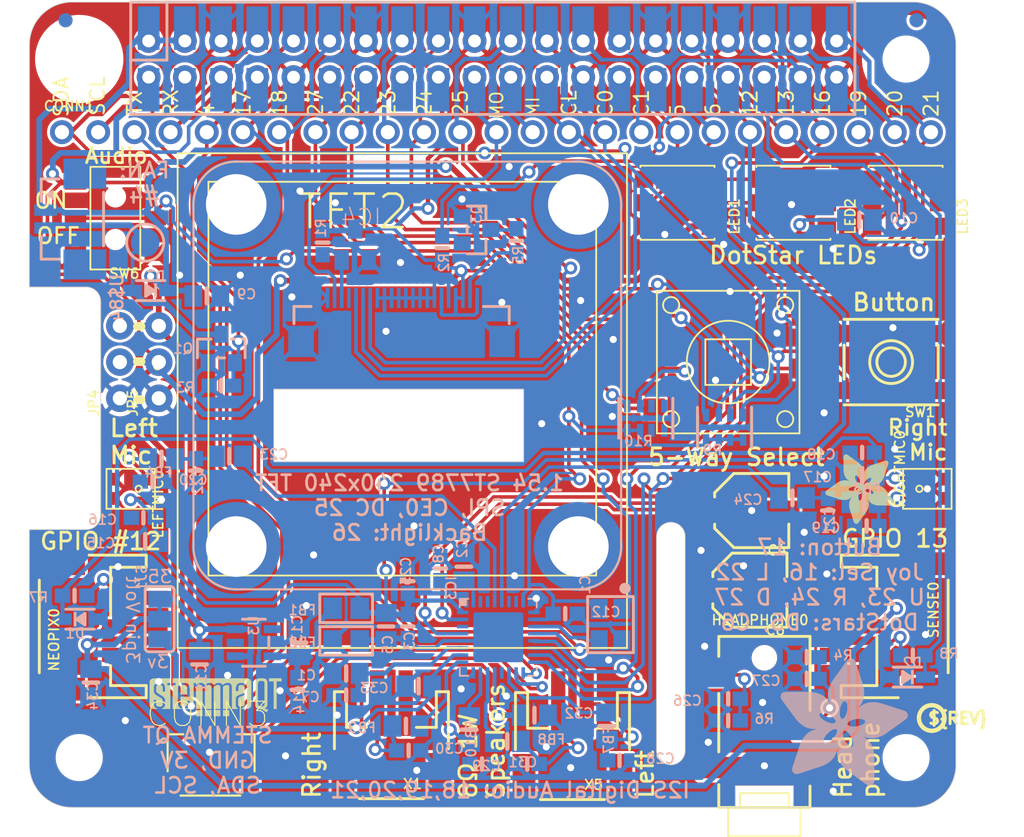
<source format=kicad_pcb>
(kicad_pcb (version 20221018) (generator pcbnew)
  (layers (0 "F.Cu" signal) (31 "B.Cu" signal) (34 "B.Paste" user) (35 "F.Paste" user) (36 "B.SilkS" user "B.Silkscreen") (37 "F.SilkS" user "F.Silkscreen") (38 "B.Mask" user) (39 "F.Mask" user) (44 "Edge.Cuts" user))
  (net 0 "")
  (net 1 "5.0V")
  (net 2 "SDA")
  (net 3 "SCL")
  (net 4 "BUTTON")
  (net 5 "JOY_D")
  (net 6 "JOY_L")
  (net 7 "TFT_MOSI")
  (net 8 "SPI_MISO")
  (net 9 "TFT_SCLK")
  (net 10 "LEDC")
  (net 11 "3.3V")
  (net 12 "GND")
  (net 13 "TXD")
  (net 14 "RXD")
  (net 15 "JOY_R")
  (net 16 "TFT_CS")
  (net 17 "SPI_CE1")
  (net 18 "EECLK")
  (net 19 "JOY_IN")
  (net 20 "JOY_U")
  (net 21 "EEDATA")
  (net 22 "AGND")
  (net 23 "AVDD")
  (net 24 "VMID")
  (net 25 "MICBIAS")
  (net 26 "N$12")
  (net 27 "N$13")
  (net 28 "N$7")
  (net 29 "N$11")
  (net 30 "N$14")
  (net 31 "N$15")
  (net 32 "LEDK")
  (net 33 "TFT_DC")
  (net 34 "TFT_RESET")
  (net 35 "LITE")
  (net 36 "N$4")
  (net 37 "I2S_DIN")
  (net 38 "I2S_DOUT")
  (net 39 "I2S_LRCLK")
  (net 40 "MCLK")
  (net 41 "LINPUT1")
  (net 42 "RINPUT1")
  (net 43 "I2S_BCLK")
  (net 44 "N$16")
  (net 45 "N$17")
  (net 46 "N$1")
  (net 47 "N$2")
  (net 48 "SPK_RP")
  (net 49 "SPK_RN")
  (net 50 "N$21")
  (net 51 "N$22")
  (net 52 "SPK_LN")
  (net 53 "SPK_LP")
  (net 54 "N$3")
  (net 55 "N$5")
  (net 56 "N$9")
  (net 57 "N$10")
  (net 58 "PWM0")
  (net 59 "PWM1")
  (net 60 "VCC")
  (net 61 "LSTEMMA")
  (net 62 "RSTEMMA")
  (net 63 "N$18")
  (net 64 "OUT")
  (net 65 "LEDD")
  (net 66 "MCLK_EN")
  (net 67 "N$19")
  (net 68 "FAN")
  (footprint "working:FIDUCIAL_1MM" (layer "F.Cu") (at 174.9101 77.8596)
    (fp_text reference "FID2" hide)
    (fp_text value "FIDUCIAL_1MM" hide)
  )
  (footprint "working:STEMMAQT" (layer "F.Cu") (at 124.4466 126.8401)
    (fp_text reference "U$72" hide)
    (fp_text value "" hide)
  )
  (footprint "working:PCBFEAT-REV-040" (layer "F.Cu") (at 179.3026 126.9771)
    (fp_text reference "U$11" hide)
    (fp_text value "" hide)
  )
  (footprint "working:4UCONN_18510" (layer "F.Cu") (at 167.5631 133.2536 90)
    (fp_text reference "HEADPHONE0")
    (fp_text value "")
  )
  (footprint "working:EVQ-Q2_SMALLER" (layer "F.Cu") (at 176.4531 102.0116 180)
    (fp_text reference "SW1")
    (fp_text value "EVQQ")
  )
  (footprint "working:JSTPH2" (layer "F.Cu") (at 154.1011 129.6976 180)
    (fp_text reference "X5")
    (fp_text value "JSTPH 2P")
  )
  (footprint "working:JSTPH3" (layer "F.Cu") (at 176.4531 120.5536 -90)
    (fp_text reference "SENSE0")
    (fp_text value "JST PH 3")
  )
  (footprint "working:EG1390" (layer "F.Cu") (at 122.0336 91.9151 90)
    (fp_text reference "SW6")
    (fp_text value "EG1390")
  )
  (footprint "working:SPW2430HR5H-B" (layer "F.Cu") (at 123.1131 110.9016 -90)
    (fp_text reference "LEFTMIC0")
    (fp_text value "")
  )
  (footprint "working:FIDUCIAL_1MM" (layer "F.Cu") (at 117.2966 126.7826)
    (fp_text reference "FID1" hide)
    (fp_text value "FIDUCIAL_1MM" hide)
  )
  (footprint "working:JSTPH2" (layer "F.Cu") (at 141.4011 129.6341 180)
    (fp_text reference "X1")
    (fp_text value "JSTPH 2P")
  )
  (footprint "working:PANASONIC_C" (layer "F.Cu") (at 166.6741 112.4256 180)
    (fp_text reference "C4")
    (fp_text value "100uF")
  )
  (footprint "working:ADAFRUIT_5MM" (layer "F.Cu") (at 176.7071 108.4886 180)
    (fp_text reference "U$75" hide)
    (fp_text value "" hide)
  )
  (footprint "working:APA102" (layer "F.Cu") (at 169.5951 90.8356)
    (fp_text reference "LED2")
    (fp_text value "SK6822")
  )
  (footprint "working:JST_SH4" (layer "F.Cu") (at 128.7011 130.3326)
    (fp_text reference "CONN3")
    (fp_text value "STEMMA_I2C_QT" hide)
  )
  (footprint "working:PANASONIC_C" (layer "F.Cu") (at 166.5471 118.0136 180)
    (fp_text reference "C6")
    (fp_text value "100uF")
  )
  (footprint "working:APA102" (layer "F.Cu") (at 161.4671 90.8356)
    (fp_text reference "LED1")
    (fp_text value "SK6822")
  )
  (footprint "working:SKQUBAE010" (layer "F.Cu") (at 165.0231 102.0116)
    (fp_text reference "SW5" hide)
    (fp_text value "NAVSWITCHSKQUABAUE010" hide)
  )
  (footprint "working:PI_HAT_SMTTHM_SLOTS" (layer "F.Cu") (at 116.0011 133.2536)
    (fp_text reference "RPI1" hide)
    (fp_text value "RASPBERRYPI_BPLUS_HAT_SMTTHM_SLOTS" hide)
    (fp_line (start 0 -53.5) (end 0 -36.5) (stroke (width 0.05)) (layer "Edge.Cuts"))
    (fp_line (start 0 -19.5) (end 0 -3) (stroke (width 0.05)) (layer "Edge.Cuts"))
    (fp_line (start 0 -19.5) (end 4 -19.5) (stroke (width 0.05)) (layer "Edge.Cuts"))
    (fp_line (start 3 0) (end 62 0) (stroke (width 0.05)) (layer "Edge.Cuts"))
    (fp_line (start 4 -36.5) (end 0 -36.5) (stroke (width 0.05)) (layer "Edge.Cuts"))
    (fp_line (start 5 -20.5) (end 5 -35.5) (stroke (width 0.05)) (layer "Edge.Cuts"))
    (fp_line (start 44 -4) (end 44 -19) (stroke (width 0.05)) (layer "Edge.Cuts"))
    (fp_line (start 46 -19) (end 46 -4) (stroke (width 0.05)) (layer "Edge.Cuts"))
    (fp_line (start 62 -56.5) (end 3 -56.5) (stroke (width 0.05)) (layer "Edge.Cuts"))
    (fp_line (start 65 -3) (end 65 -53.5) (stroke (width 0.05)) (layer "Edge.Cuts"))
    (fp_arc (start 0 -53.5) (mid 0.87868 -55.62132) (end 3 -56.5) (stroke (width 0.05)) (layer "Edge.Cuts"))
    (fp_arc (start 3 0) (mid 0.87868 -0.87868) (end 0 -3) (stroke (width 0.05)) (layer "Edge.Cuts"))
    (fp_arc (start 4 -36.5) (mid 4.707107 -36.207107) (end 5 -35.5) (stroke (width 0.05)) (layer "Edge.Cuts"))
    (fp_arc (start 5 -20.5) (mid 4.707107 -19.792893) (end 4 -19.5) (stroke (width 0.05)) (layer "Edge.Cuts"))
    (fp_arc (start 44 -19) (mid 44.292893 -19.707107) (end 45 -20) (stroke (width 0.05)) (layer "Edge.Cuts"))
    (fp_arc (start 45 -20) (mid 45.707107 -19.707107) (end 46 -19) (stroke (width 0.05)) (layer "Edge.Cuts"))
    (fp_arc (start 45 -3) (mid 44.292893 -3.292893) (end 44 -4) (stroke (width 0.05)) (layer "Edge.Cuts"))
    (fp_arc (start 46 -4) (mid 45.707107 -3.292893) (end 45 -3) (stroke (width 0.05)) (layer "Edge.Cuts"))
    (fp_arc (start 62 -56.5) (mid 64.12132 -55.62132) (end 65 -53.5) (stroke (width 0.05)) (layer "Edge.Cuts"))
    (fp_arc (start 65 -3) (mid 64.12132 -0.87868) (end 62 0) (stroke (width 0.05)) (layer "Edge.Cuts"))
  )
  (footprint "working:1X03_ROUND_76" (layer "F.Cu") (at 122.3511 102.0116 90)
    (fp_text reference "JP4")
    (fp_text value "")
  )
  (footprint "working:APA102" (layer "F.Cu") (at 177.4691 90.8356)
    (fp_text reference "LED3")
    (fp_text value "SK6822")
  )
  (footprint "working:JSTPH3" (layer "F.Cu") (at 120.7001 120.5536 90)
    (fp_text reference "NEOPIX0")
    (fp_text value "JST PH 3")
  )
  (footprint "working:1X25_ROUND_70MIL" (layer "F.Cu") (at 148.7671 85.8826)
    (fp_text reference "CONN1")
    (fp_text value "HEADER-1X25")
  )
  (footprint "working:TFT_1.54IN_240X240_22PIN" (layer "F.Cu") (at 142.1631 100.2336)
    (fp_text reference "TFT2")
    (fp_text value "DISP_TFT_1.54IN_240X240_22P")
  )
  (footprint "working:SPW2430HR5H-B" (layer "F.Cu") (at 178.9931 110.9016 90)
    (fp_text reference "RIGHTMIC0")
    (fp_text value "")
  )
  (footprint "working:1X03_ROUND_76" (layer "F.Cu") (at 125.0816 102.0116 90)
    (fp_text reference "JP5")
    (fp_text value "")
  )
  (footprint "working:SOD-323" (layer "B.Cu") (at 119.5571 120.0456)
    (fp_text reference "D1")
    (fp_text value "3.6V")
  )
  (footprint "working:0805-NO" (layer "B.Cu") (at 138.2261 123.8556 180)
    (fp_text reference "C1")
    (fp_text value "10uF")
  )
  (footprint "working:0805-NO" (layer "B.Cu") (at 169.5316 111.5366 180)
    (fp_text reference "C24")
    (fp_text value "10uF")
  )
  (footprint "working:ADAFRUIT_9MM" (layer "B.Cu") (at 168.7061 131.7296 90)
    (fp_text reference "U$87" hide)
    (fp_text value "" hide)
  )
  (footprint "working:SOT23-WIDE" (layer "B.Cu") (at 147.3701 92.7406 90)
    (fp_text reference "Q3")
    (fp_text value "BSS138")
  )
  (footprint "working:0603-NO" (layer "B.Cu") (at 119.1761 118.3946 180)
    (fp_text reference "R7")
    (fp_text value "1K")
  )
  (footprint "working:0805-NO" (layer "B.Cu") (at 128.4471 97.3761)
    (fp_text reference "C9")
    (fp_text value "10uF")
  )
  (footprint "working:0603-NO" (layer "B.Cu") (at 142.5441 120.5536 -90)
    (fp_text reference "C3")
    (fp_text value "0.1uF")
  )
  (footprint "working:0805-NO" (layer "B.Cu") (at 141.0201 120.5536 -90)
    (fp_text reference "C5")
    (fp_text value "10uF")
  )
  (footprint "working:SOD-323" (layer "B.Cu") (at 124.5101 96.9951 180)
    (fp_text reference "D3")
    (fp_text value "1N4148")
  )
  (footprint "working:0603-NO" (layer "B.Cu") (at 174.7386 113.5051 180)
    (fp_text reference "C19")
    (fp_text value "33pF")
  )
  (footprint "working:0805" (layer "B.Cu") (at 138.2261 121.5696 180)
    (fp_text reference "FB2")
    (fp_text value "Ferrite")
  )
  (footprint "working:0603-NO" (layer "B.Cu") (at 136.5751 93.6296 90)
    (fp_text reference "R1")
    (fp_text value "10K")
  )
  (footprint "working:SOT23-WIDE" (layer "B.Cu") (at 129.4631 101.0591 180)
    (fp_text reference "Q1")
    (fp_text value "BSS138")
  )
  (footprint "working:SOT23" (layer "B.Cu") (at 138.8611 93.7566 180)
    (fp_text reference "IC4")
    (fp_text value "APX803-SAG")
  )
  (footprint "working:0603-NO" (layer "B.Cu") (at 165.0231 127.1576)
    (fp_text reference "R6")
    (fp_text value "10k")
  )
  (footprint "working:0603-NO" (layer "B.Cu") (at 153.5931 119.6646)
    (fp_text reference "C12")
    (fp_text value "0.1uF")
  )
  (footprint "working:SMT_NUT_3MM" (layer "B.Cu") (at 130.5131 90.9516 180)
    (fp_text reference "TP2" hide)
    (fp_text value "SEWTAP_SMTNUTM3" hide)
  )
  (footprint "working:0603-NO" (layer "B.Cu") (at 172.0081 112.4256 -90)
    (fp_text reference "C21")
    (fp_text value "33pF")
  )
  (footprint "working:0603-NO" (layer "B.Cu") (at 170.5476 124.2366 180)
    (fp_text reference "C27")
    (fp_text value "220pF")
  )
  (footprint "working:0805-NO" (layer "B.Cu") (at 127.9391 123.2206 -90)
    (fp_text reference "C11")
    (fp_text value "10uF")
  )
  (footprint "working:0805-NO" (layer "B.Cu") (at 156.5141 127.5386 -90)
    (fp_text reference "FB7")
    (fp_text value "Ferrite")
  )
  (footprint "working:0603-NO" (layer "B.Cu") (at 138.2261 125.3796 180)
    (fp_text reference "C7")
    (fp_text value "0.1uF")
  )
  (footprint "working:0603-NO" (layer "B.Cu") (at 170.5476 122.7126)
    (fp_text reference "R4")
    (fp_text value "10K")
  )
  (footprint "working:SOT23-5" (layer "B.Cu") (at 131.7491 121.6966 90)
    (fp_text reference "U3")
    (fp_text value "AP2112-3.3K")
  )
  (footprint "working:0805-NO" (layer "B.Cu") (at 151.4341 126.7766)
    (fp_text reference "C32")
    (fp_text value "10uF")
  )
  (footprint "working:0805-NO" (layer "B.Cu") (at 174.5481 111.8541 180)
    (fp_text reference "FB3")
    (fp_text value "Ferrite")
  )
  (footprint "working:0603-NO" (layer "B.Cu") (at 150.1641 93.5026 -90)
    (fp_text reference "R5")
    (fp_text value "10")
  )
  (footprint "working:0805-NO" (layer "B.Cu") (at 130.0346 108.6156)
    (fp_text reference "C23")
    (fp_text value "10uF")
  )
  (footprint "working:0603-NO" (layer "B.Cu") (at 124.0021 112.9336 180)
    (fp_text reference "C16")
    (fp_text value "0.1uF")
  )
  (footprint "working:0805-NO" (layer "B.Cu") (at 174.2306 92.0421)
    (fp_text reference "C10")
    (fp_text value "10uF")
  )
  (footprint "working:RESPACK_4X0603" (layer "B.Cu") (at 159.2446 105.9486)
    (fp_text reference "R10")
    (fp_text value "10K")
  )
  (footprint "working:OSC_3.2X2.5MM" (layer "B.Cu") (at 156.7681 120.4266 -90)
    (fp_text reference "OSC1")
    (fp_text value "ECS-3225MV")
  )
  (footprint "working:SMT_NUT_3MM" (layer "B.Cu") (at 130.5131 114.9516 180)
    (fp_text reference "TP3" hide)
    (fp_text value "SEWTAP_SMTNUTM3" hide)
  )
  (footprint "working:0603-NO" (layer "B.Cu") (at 127.6851 109.6316 -90)
    (fp_text reference "C22")
    (fp_text value "33pF")
  )
  (footprint "working:0805-NO" (layer "B.Cu") (at 142.4171 127.5386 180)
    (fp_text reference "FB9")
    (fp_text value "Ferrite")
  )
  (footprint "working:0805-NO" (layer "B.Cu") (at 174.4211 109.9491 180)
    (fp_text reference "C17")
    (fp_text value "10uF")
  )
  (footprint "working:0805-NO" (layer "B.Cu") (at 125.2721 108.8061)
    (fp_text reference "FB4")
    (fp_text value "FERRITE")
  )
  (footprint "working:0603-NO" (layer "B.Cu") (at 150.9261 130.2056 180)
    (fp_text reference "C29")
    (fp_text value "100pF")
  )
  (footprint "working:0603-NO" (layer "B.Cu") (at 174.4211 108.3616 180)
    (fp_text reference "C18")
    (fp_text value "0.1uF")
  )
  (footprint "working:SMT_NUT_3MM" (layer "B.Cu") (at 154.5131 90.9516 180)
    (fp_text reference "TP1" hide)
    (fp_text value "SEWTAP_SMTNUTM3" hide)
  )
  (footprint "working:0805" (layer "B.Cu") (at 138.2261 119.2836 180)
    (fp_text reference "FB1")
    (fp_text value "Ferrite")
  )
  (footprint "working:0603-NO" (layer "B.Cu") (at 134.7971 124.9986 -90)
    (fp_text reference "C14")
    (fp_text value "0.1uF")
  )
  (footprint "working:0805-NO" (layer "B.Cu") (at 120.3191 124.4906 -90)
    (fp_text reference "C34")
    (fp_text value "10uF")
  )
  (footprint "working:SOLDERJUMPER_2WAY_OPEN_NOPASTE" (layer "B.Cu") (at 125.1451 120.0456 -90)
    (fp_text reference "SJ1")
    (fp_text value "")
  )
  (footprint "working:0603-NO" (layer "B.Cu") (at 144.9571 94.0106 -90)
    (fp_text reference "R2")
    (fp_text value "10K")
  )
  (footprint "working:QFN32_5MM" (layer "B.Cu") (at 148.8941 121.3156 -90)
    (fp_text reference "IC3")
    (fp_text value "WM8960")
  )
  (footprint "working:SMT_NUT_3MM" (layer "B.Cu") (at 154.5131 114.9516 180)
    (fp_text reference "TP4" hide)
    (fp_text value "SEWTAP_SMTNUTM3" hide)
  )
  (footprint "working:0805-NO" (layer "B.Cu") (at 143.3061 124.7446 180)
    (fp_text reference "C33")
    (fp_text value "10uF")
  )
  (footprint "working:0805-NO" (layer "B.Cu") (at 134.9241 121.6966 90)
    (fp_text reference "C13")
    (fp_text value "10uF")
  )
  (footprint "working:TESTPOINT_ROUND_2MM" (layer "B.Cu") (at 124.1291 93.6296 180)
    (fp_text reference "TP6" hide)
    (fp_text value "" hide)
  )
  (footprint "working:0805-NO" (layer "B.Cu") (at 149.5291 128.6181)
    (fp_text reference "FB8")
    (fp_text value "Ferrite")
  )
  (footprint "working:0603-NO" (layer "B.Cu") (at 177.9771 122.5856)
    (fp_text reference "R8")
    (fp_text value "1K")
  )
  (footprint "working:0603-NO" (layer "B.Cu") (at 129.4631 103.6626 180)
    (fp_text reference "R3")
    (fp_text value "10K")
  )
  (footprint "working:BRAINPAD_1IN" (layer "B.Cu") (at 180.6441 105.8851 180)
    (fp_text reference "U$79" hide)
    (fp_text value "" hide)
  )
  (footprint "working:0603-NO" (layer "B.Cu") (at 165.0231 125.6336 180)
    (fp_text reference "C26")
    (fp_text value "220pF")
  )
  (footprint "working:0603-NO" (layer "B.Cu") (at 124.6371 110.3936)
    (fp_text reference "C20")
    (fp_text value "33pF")
  )
  (footprint "working:0603-NO" (layer "B.Cu") (at 142.6076 129.2531)
    (fp_text reference "C30")
    (fp_text value "100pF")
  )
  (footprint "working:0805-NO" (layer "B.Cu") (at 124.1291 114.5846 180)
    (fp_text reference "C15")
    (fp_text value "10uF")
  )
  (footprint "working:RESPACK_4X0603" (layer "B.Cu") (at 164.7691 106.5836)
    (fp_text reference "R9")
    (fp_text value "10K")
  )
  (footprint "working:FAN_30X30MM" (layer "B.Cu") (at 142.5131 102.9516 180)
    (fp_text reference "U$82" hide)
    (fp_text value "" hide)
  )
  (footprint "working:0805-NO" (layer "B.Cu") (at 146.8621 127.7926 -90)
    (fp_text reference "FB10")
    (fp_text value "Ferrite")
  )
  (footprint "working:0603-NO" (layer "B.Cu") (at 157.4031 129.9516)
    (fp_text reference "C28")
    (fp_text value "100pF")
  )
  (footprint "working:0603-NO" (layer "B.Cu") (at 144.8301 116.4896 90)
    (fp_text reference "C8")
    (fp_text value "0.1uF")
  )
  (footprint "working:0805-NO" (layer "B.Cu") (at 146.4811 116.3626 90)
    (fp_text reference "C2")
    (fp_text value "10uF")
  )
  (footprint "working:0603-NO" (layer "B.Cu") (at 142.5441 117.3786 90)
    (fp_text reference "C25")
    (fp_text value "0.1uF")
  )
  (footprint "working:0603-NO" (layer "B.Cu") (at 147.7511 130.2056)
    (fp_text reference "C31")
    (fp_text value "100pF")
  )
  (footprint "working:SOD-323" (layer "B.Cu") (at 177.5961 124.1096 180)
    (fp_text reference "D2")
    (fp_text value "3.6V")
  )
  (footprint "working:53398-0271" (layer "B.Cu") (at 118.4141 91.9786 90)
    (fp_text reference "U$84")
    (fp_text value "CON_MOLEX_2P")
  )
  (gr_line (start 123.5796 99.5026) (end 123.8336 99.5026) (stroke (width 0.6096)) (layer "F.SilkS"))
  (gr_line (start 123.5796 101.9791) (end 123.8336 101.9791) (stroke (width 0.6096)) (layer "F.SilkS"))
  (gr_line (start 124.9871 102.0336) (end 124.9871 102.2876) (stroke (width 0.6096)) (layer "F.SilkS"))
  (gr_line (start 123.5796 104.6461) (end 123.8336 104.6461) (stroke (width 0.6096)) (layer "F.SilkS"))
  (gr_line (start 133.1461 108.9966) (end 133.1461 103.9166) (stroke (width 0.05)) (layer "Edge.Cuts"))
  (gr_line (start 165.5311 131.7296) (end 169.5951 131.7296) (stroke (width 0.05)) (layer "Edge.Cuts"))
  (gr_line (start 150.6721 103.9166) (end 150.6721 108.9966) (stroke (width 0.05)) (layer "Edge.Cuts"))
  (gr_line (start 165.5311 133.2536) (end 165.5311 131.7296) (stroke (width 0.05)) (layer "Edge.Cuts"))
  (gr_line (start 133.1461 103.9166) (end 150.6721 103.9166) (stroke (width 0.05)) (layer "Edge.Cuts"))
  (gr_line (start 169.5951 131.7296) (end 169.5951 133.2536) (stroke (width 0.05)) (layer "Edge.Cuts"))
  (gr_line (start 150.6721 108.9966) (end 133.1461 108.9966) (stroke (width 0.05)) (layer "Edge.Cuts"))
  (gr_text "3pin Volt" (at 123.2401 120.1091 -90) (layer "B.SilkS") (effects (font (size 0.89408 0.89408) (thickness 0.12192)) (justify mirror)))
  (gr_text "3v" (at 125.0181 123.0301) (layer "B.SilkS") (effects (font (size 0.89408 0.89408) (thickness 0.12192)) (justify mirror)))
  (gr_text "I2S Digital Audio: 18,19,20,21" (at 149.7196 132.0471) (layer "B.SilkS") (effects (font (size 1.0922 1.0922) (thickness 0.1778)) (justify mirror)))
  (gr_text "1.54 ST7789 240x240 TFT\nSPI, CE0, DC 25\nBacklight: 26" (at 142.6711 112.2351) (layer "B.SilkS") (effects (font (size 1.0795 1.0795) (thickness 0.1905)) (justify mirror)))
  (gr_text "Button: 17\nJoy Sel: 16, L 22\nU 23, R 24, D 27\nDotStars: D5, C6" (at 171.4366 117.6326) (layer "B.SilkS") (effects (font (size 1.0922 1.0922) (thickness 0.1778)) (justify mirror)))
  (gr_text "35" (at 125.1451 117.0611) (layer "B.SilkS") (effects (font (size 0.89408 0.89408) (thickness 0.12192)) (justify mirror)))
  (gr_text "FAN:\n#4" (at 124.0656 89.4386) (layer "B.SilkS") (effects (font (size 1.0922 1.0922) (thickness 0.1778)) (justify mirror)))
  (gr_text "STEMMA QT\nGND, 3V\nSDA, SCL" (at 128.5106 129.9516) (layer "B.SilkS") (effects (font (size 1.0922 1.0922) (thickness 0.1778)) (justify mirror)))
  (gr_text "23" (at 141.1631 83.8576 90) (layer "F.SilkS") (effects (font (size 1.00584 1.00584) (thickness 0.13716))))
  (gr_text "17" (at 131.0031 83.8576 90) (layer "F.SilkS") (effects (font (size 1.00584 1.00584) (thickness 0.13716))))
  (gr_text "Left" (at 159.1811 132.7456 90) (layer "F.SilkS") (effects (font (size 1.20142 1.20142) (thickness 0.19558)) (justify left)))
  (gr_text "GPIO 13" (at 180.5806 114.3941) (layer "F.SilkS") (effects (font (size 1.20142 1.20142) (thickness 0.19558)) (justify right)))
  (gr_text "TX" (at 123.3831 83.8576 90) (layer "F.SilkS") (effects (font (size 1.00584 1.00584) (thickness 0.13716))))
  (gr_text "6" (at 163.9596 84.3021 90) (layer "F.SilkS") (effects (font (size 1.00584 1.00584) (thickness 0.13716))))
  (gr_text "20" (at 176.7231 83.8576 90) (layer "F.SilkS") (effects (font (size 1.00584 1.00584) (thickness 0.13716))))
  (gr_text "Right\nMic" (at 180.5171 107.4726) (layer "F.SilkS") (effects (font (size 1.0795 1.0795) (thickness 0.1905)) (justify right)))
  (gr_text "C0" (at 156.4031 83.8576 90) (layer "F.SilkS") (effects (font (size 1.00584 1.00584) (thickness 0.13716))))
  (gr_text "DotStar LEDs" (at 169.5951 94.5186) (layer "F.SilkS") (effects (font (size 1.20142 1.20142) (thickness 0.19558))))
  (gr_text "RX" (at 125.9231 83.8576 90) (layer "F.SilkS") (effects (font (size 1.00584 1.00584) (thickness 0.13716))))
  (gr_text "21" (at 179.2631 83.8576 90) (layer "F.SilkS") (effects (font (size 1.00584 1.00584) (thickness 0.13716))))
  (gr_text "19" (at 174.1831 83.8576 90) (layer "F.SilkS") (effects (font (size 1.00584 1.00584) (thickness 0.13716))))
  (gr_text "24" (at 143.7031 83.8576 90) (layer "F.SilkS") (effects (font (size 1.00584 1.00584) (thickness 0.13716))))
  (gr_text "CL" (at 153.8631 83.8576 90) (layer "F.SilkS") (effects (font (size 1.00584 1.00584) (thickness 0.13716))))
  (gr_text "12" (at 166.5631 83.8576 90) (layer "F.SilkS") (effects (font (size 1.00584 1.00584) (thickness 0.13716))))
  (gr_text "18" (at 133.5431 83.8576 90) (layer "F.SilkS") (effects (font (size 1.00584 1.00584) (thickness 0.13716))))
  (gr_text "5-Way Select" (at 165.5946 108.6791) (layer "F.SilkS") (effects (font (size 1.18745 1.18745) (thickness 0.20955))))
  (gr_text "C1" (at 158.9431 83.8576 90) (layer "F.SilkS") (effects (font (size 1.00584 1.00584) (thickness 0.13716))))
  (gr_text "16" (at 171.6431 83.8576 90) (layer "F.SilkS") (effects (font (size 1.00584 1.00584) (thickness 0.13716))))
  (gr_text "13" (at 169.1031 83.8576 90) (layer "F.SilkS") (effects (font (size 1.00584 1.00584) (thickness 0.13716))))
  (gr_text "Audio" (at 122.0971 87.5336) (layer "F.SilkS") (effects (font (size 1.0795 1.0795) (thickness 0.1905))))
  (gr_text "Head\nphone" (at 174.0401 132.7456 90) (layer "F.SilkS") (effects (font (size 1.20142 1.20142) (thickness 0.19558)) (justify left)))
  (gr_text "MO" (at 148.7831 83.9846 90) (layer "F.SilkS") (effects (font (size 0.89408 0.89408) (thickness 0.12192))))
  (gr_text "5" (at 161.4831 84.3656 90) (layer "F.SilkS") (effects (font (size 1.00584 1.00584) (thickness 0.13716))))
  (gr_text "MI" (at 151.3231 84.1116 90) (layer "F.SilkS") (effects (font (size 0.89408 0.89408) (thickness 0.12192))))
  (gr_text "27" (at 136.0831 83.8576 90) (layer "F.SilkS") (effects (font (size 1.00584 1.00584) (thickness 0.13716))))
  (gr_text "ON" (at 117.5231 90.6781) (layer "F.SilkS") (effects (font (size 1.0922 1.0922) (thickness 0.1778))))
  (gr_text "Left\nMic" (at 121.5256 107.5996) (layer "F.SilkS") (effects (font (size 1.18745 1.18745) (thickness 0.20955)) (justify left)))
  (gr_text "8Ω 1W\nSpeakers" (at 147.7511 132.7456 90) (layer "F.SilkS") (effects (font (size 1.20142 1.20142) (thickness 0.19558)) (justify left)))
  (gr_text "25" (at 146.2431 83.8576 90) (layer "F.SilkS") (effects (font (size 1.00584 1.00584) (thickness 0.13716))))
  (gr_text "Button" (at 176.6436 97.8206) (layer "F.SilkS") (effects (font (size 1.18745 1.18745) (thickness 0.20955))))
  (gr_text "SCL" (at 120.7796 83.3496 90) (layer "F.SilkS") (effects (font (size 1.00584 1.00584) (thickness 0.13716))))
  (gr_text "GPIO #12" (at 116.6361 114.5846) (layer "F.SilkS") (effects (font (size 1.179576 1.179576) (thickness 0.192024)) (justify left)))
  (gr_text "OFF" (at 118.0311 93.1546) (layer "F.SilkS") (effects (font (size 1.0922 1.0922) (thickness 0.1778))))
  (gr_text "22" (at 138.6231 83.8576 90) (layer "F.SilkS") (effects (font (size 1.00584 1.00584) (thickness 0.13716))))
  (gr_text "SDA" (at 118.2396 83.4131 90) (layer "F.SilkS") (effects (font (size 1.00584 1.00584) (thickness 0.13716))))
  (gr_text "Right" (at 135.8131 132.7456 90) (layer "F.SilkS") (effects (font (size 1.20142 1.20142) (thickness 0.19558)) (justify left)))
  (gr_text "4" (at 128.4631 84.3656 90) (layer "F.SilkS") (effects (font (size 1.00584 1.00584) (thickness 0.13716))))
  (segment (start 170.0396 92.8041) (end 170.0396 92.3596) (width 0.254) (layer "F.Cu") (net 1))
  (segment (start 148.3861 123.889625) (end 148.3861 126.3662) (width 0.254) (layer "F.Cu") (net 1))
  (segment (start 171.9451 92.6126) (end 171.9451 92.4856) (width 0.254) (layer "F.Cu") (net 1))
  (segment (start 127.9391 120.8076) (end 127.3041 120.1726) (width 0.4064) (layer "F.Cu") (net 1))
  (segment (start 127.3041 101.8846) (end 125.0816 99.6621) (width 0.4064) (layer "F.Cu") (net 1))
  (segment (start 170.0396 92.9946) (end 170.0396 92.3596) (width 0.254) (layer "F.Cu") (net 1))
  (segment (start 170.0396 92.8041) (end 169.4046 93.4391) (width 0.254) (layer "F.Cu") (net 1))
  (segment (start 125.0816 97.1877) (end 125.0816 99.4716) (width 0.4064) (layer "F.Cu") (net 1))
  (segment (start 138.9246 127.6656) (end 139.3056 127.2846) (width 0.254) (layer "F.Cu") (net 1))
  (segment (start 171.9451 92.6126) (end 171.5631 92.9946) (width 0.254) (layer "F.Cu") (net 1))
  (segment (start 147.742475 123.246) (end 148.3861 123.889625) (width 0.254) (layer "F.Cu") (net 1))
  (segment (start 153.5931 96.2966) (end 158.6096 96.2966) (width 0.4064) (layer "F.Cu") (net 1))
  (segment (start 171.5631 92.9946) (end 170.0396 92.9946) (width 0.254) (layer "F.Cu") (net 1))
  (segment (start 169.4046 93.4391) (end 166.0406 93.4391) (width 0.254) (layer "F.Cu") (net 1))
  (segment (start 127.3041 120.1726) (end 127.3041 101.8846) (width 0.4064) (layer "F.Cu") (net 1))
  (segment (start 166.0406 93.4391) (end 165.0871 92.4856) (width 0.254) (layer "F.Cu") (net 1))
  (segment (start 162.4206 92.4856) (end 158.6096 96.2966) (width 0.4064) (layer "F.Cu") (net 1))
  (segment (start 163.8171 92.4856) (end 165.0871 92.4856) (width 0.254) (layer "F.Cu") (net 1))
  (segment (start 163.8171 92.4856) (end 162.4206 92.4856) (width 0.4064) (layer "F.Cu") (net 1))
  (segment (start 125.0816 99.6621) (end 125.0816 99.4716) (width 0.4064) (layer "F.Cu") (net 1))
  (segment (start 125.0816 97.1877) (end 124.508 96.6141) (width 0.4064) (layer "F.Cu") (net 1))
  (segment (start 153.5931 96.2966) (end 145.5921 88.2956) (width 0.4064) (layer "F.Cu") (net 1))
  (segment (start 148.3861 126.3662) (end 148.8941 126.8742) (width 0.254) (layer "F.Cu") (net 1))
  (segment (start 139.7882 123.246) (end 147.742475 123.246) (width 0.254) (layer "F.Cu") (net 1))
  (segment (start 124.508 95.9791) (end 124.508 96.6141) (width 0.4064) (layer "F.Cu") (net 1))
  (segment (start 178.4216 94.1376) (end 179.8191 92.7401) (width 0.254) (layer "F.Cu") (net 1))
  (segment (start 139.3056 123.7286) (end 139.3056 127.2846) (width 0.254) (layer "F.Cu") (net 1))
  (segment (start 139.7882 123.246) (end 139.3056 123.7286) (width 0.254) (layer "F.Cu") (net 1))
  (segment (start 179.8191 92.7401) (end 179.8191 92.4856) (width 0.254) (layer "F.Cu") (net 1))
  (segment (start 145.2111 88.2956) (end 145.5921 88.2956) (width 0.4064) (layer "F.Cu") (net 1))
  (via (at 178.4216 94.1376) (size 0.9064) (drill 0.5) (layers "F.Cu" "B.Cu") (net 1))
  (via (at 145.2111 88.2956) (size 0.9064) (drill 0.5) (layers "F.Cu" "B.Cu") (net 1))
  (via (at 148.8941 126.8742) (size 0.9064) (drill 0.5) (layers "F.Cu" "B.Cu") (net 1))
  (via (at 138.9246 127.6656) (size 0.9064) (drill 0.5) (layers "F.Cu" "B.Cu") (net 1))
  (via (at 127.9391 120.8076) (size 0.9064) (drill 0.5) (layers "F.Cu" "B.Cu") (net 1))
  (via (at 124.508 95.9791) (size 0.9064) (drill 0.5) (layers "F.Cu" "B.Cu") (net 1))
  (via (at 170.0396 92.3596) (size 0.9064) (drill 0.5) (layers "F.Cu" "B.Cu") (net 1))
  (segment (start 174.5506 93.5636) (end 173.2806 92.2936) (width 0.254) (layer "B.Cu") (net 1))
  (segment (start 131.3071 122.6466) (end 131.5586 122.3951) (width 0.4064) (layer "B.Cu") (net 1))
  (segment (start 140.3851 126.3956) (end 139.1151 127.6656) (width 0.254) (layer "B.Cu") (net 1))
  (segment (start 125.0816 99.4716) (end 122.3511 99.4716) (width 0.4064) (layer "B.Cu") (net 1))
  (segment (start 148.99169 126.7766) (end 148.8941 126.8742) (width 0.4064) (layer "B.Cu") (net 1))
  (segment (start 125.7801 96.9951) (end 125.524 96.9951) (width 0.4064) (layer "B.Cu") (net 1))
  (segment (start 127.4971 97.3761) (end 127.1161 96.9951) (width 0.4064) (layer "B.Cu") (net 1))
  (segment (start 127.9391 120.4266) (end 126.1611 118.6486) (width 0.4064) (layer "B.Cu") (net 1))
  (segment (start 178.4216 94.1376) (end 178.4216 93.9471) (width 0.254) (layer "B.Cu") (net 1))
  (segment (start 126.9111 79.4486) (end 124.3711 79.4486) (width 0.4064) (layer "B.Cu") (net 1))
  (segment (start 127.6707 87.167) (end 126.8596 87.9781) (width 0.4064) (layer "B.Cu") (net 1))
  (segment (start 125.5896 87.9781) (end 124.35135 89.21635) (width 0.4064) (layer "B.Cu") (net 1))
  (segment (start 144.2561 125.3796) (end 143.2401 126.3956) (width 0.254) (layer "B.Cu") (net 1))
  (segment (start 125.1451 118.6486) (end 126.1611 118.6486) (width 0.4064) (layer "B.Cu") (net 1))
  (segment (start 148.8941 126.8742) (end 148.6441 126.6242) (width 0.3048) (layer "B.Cu") (net 1))
  (segment (start 178.4216 93.9471) (end 178.0381 93.5636) (width 0.254) (layer "B.Cu") (net 1))
  (segment (start 121.2081 84.2316) (end 117.4616 84.2316) (width 0.4064) (layer "B.Cu") (net 1))
  (segment (start 131.5586 120.871107) (end 131.5586 122.2681) (width 0.4064) (layer "B.Cu") (net 1))
  (segment (start 127.9391 120.8076) (end 128.0001 120.7466) (width 0.4064) (layer "B.Cu") (net 1))
  (segment (start 128.0001 120.7466) (end 130.449 120.7466) (width 0.4064) (layer "B.Cu") (net 1))
  (segment (start 125.5896 92.8676) (end 125.5896 96.8046) (width 0.4064) (layer "B.Cu") (net 1))
  (segment (start 127.9391 120.8076) (end 127.9391 120.4266) (width 0.4064) (layer "B.Cu") (net 1))
  (segment (start 138.8611 127.7291) (end 131.4951 127.7291) (width 0.4064) (layer "B.Cu") (net 1))
  (segment (start 116.6996 90.9091) (end 117.1441 91.3536) (width 0.4064) (layer "B.Cu") (net 1))
  (segment (start 124.35135 89.21635) (end 124.35135 91.24835) (width 0.4064) (layer "B.Cu") (net 1))
  (segment (start 124.0656 91.5341) (end 124.35135 91.24835) (width 0.4064) (layer "B.Cu") (net 1))
  (segment (start 124.3707 78.5866) (end 124.3707 79.4832) (width 0.4064) (layer "B.Cu") (net 1))
  (segment (start 144.2561 124.7446) (end 144.2561 125.3796) (width 0.254) (layer "B.Cu") (net 1))
  (segment (start 118.4141 91.5341) (end 124.0656 91.5341) (width 0.4064) (layer "B.Cu") (net 1))
  (segment (start 126.9107 79.4482) (end 126.9111 79.4486) (width 0.3048) (layer "B.Cu") (net 1))
  (segment (start 146.3941 122.5656) (end 145.750681 122.5656) (width 0.254) (layer "B.Cu") (net 1))
  (segment (start 170.303921 92.0421) (end 170.0396 92.306422) (width 0.254) (layer "B.Cu") (net 1))
  (segment (start 122.9861 79.9712) (end 122.9861 82.4536) (width 0.4064) (layer "B.Cu") (net 1))
  (segment (start 116.6996 84.9936) (end 116.6996 90.9091) (width 0.4064) (layer "B.Cu") (net 1))
  (segment (start 170.0396 92.3596) (end 170.0396 92.306422) (width 0.254) (layer "B.Cu") (net 1))
  (segment (start 145.750681 122.5656) (end 144.2561 124.060182) (width 0.254) (layer "B.Cu") (net 1))
  (segment (start 173.2806 92.0421) (end 173.2806 92.2936) (width 0.254) (layer "B.Cu") (net 1))
  (segment (start 124.0656 91.5341) (end 124.2561 91.5341) (width 0.4064) (layer "B.Cu") (net 1))
  (segment (start 144.2561 124.060182) (end 144.2561 124.7446) (width 0.254) (layer "B.Cu") (net 1))
  (segment (start 131.5586 122.2681) (end 131.5586 122.3951) (width 0.4064) (layer "B.Cu") (net 1))
  (segment (start 127.1161 96.9951) (end 125.7801 96.9951) (width 0.4064) (layer "B.Cu") (net 1))
  (segment (start 148.6441 123.8156) (end 148.6441 126.6242) (width 0.254) (layer "B.Cu") (net 1))
  (segment (start 131.4951 127.7291) (end 131.4951 122.3316) (width 0.4064) (layer "B.Cu") (net 1))
  (segment (start 131.5586 122.2681) (end 131.4951 122.3316) (width 0.4064) (layer "B.Cu") (net 1))
  (segment (start 127.9391 122.2706) (end 127.9391 120.8076) (width 0.4064) (layer "B.Cu") (net 1))
  (segment (start 118.2336 91.3536) (end 118.4141 91.5341) (width 0.4064) (layer "B.Cu") (net 1))
  (segment (start 126.8596 87.9781) (end 125.5896 87.9781) (width 0.4064) (layer "B.Cu") (net 1))
  (segment (start 138.8611 127.7291) (end 138.9246 127.6656) (width 0.4064) (layer "B.Cu") (net 1))
  (segment (start 132.102525 87.167) (end 133.231125 88.2956) (width 0.4064) (layer "B.Cu") (net 1))
  (segment (start 117.1441 91.3536) (end 118.2336 91.3536) (width 0.4064) (layer "B.Cu") (net 1))
  (segment (start 124.2561 91.5341) (end 125.5896 92.8676) (width 0.4064) (layer "B.Cu") (net 1))
  (segment (start 150.4841 126.7766) (end 148.99169 126.7766) (width 0.4064) (layer "B.Cu") (net 1))
  (segment (start 139.1151 127.6656) (end 138.9246 127.6656) (width 0.254) (layer "B.Cu") (net 1))
  (segment (start 133.231125 88.2956) (end 145.2111 88.2956) (width 0.4064) (layer "B.Cu") (net 1))
  (segment (start 126.9111 79.4486) (end 126.9111 79.4836) (width 0.4064) (layer "B.Cu") (net 1))
  (segment (start 124.3707 78.5866) (end 122.9861 79.9712) (width 0.4064) (layer "B.Cu") (net 1))
  (segment (start 130.449 122.6466) (end 131.3071 122.6466) (width 0.4064) (layer "B.Cu") (net 1))
  (segment (start 132.102525 87.167) (end 127.6707 87.167) (width 0.4064) (layer "B.Cu") (net 1))
  (segment (start 117.4616 84.2316) (end 116.6996 84.9936) (width 0.4064) (layer "B.Cu") (net 1))
  (segment (start 126.9107 78.5866) (end 126.9107 79.4482) (width 0.3048) (layer "B.Cu") (net 1))
  (segment (start 130.449 120.7466) (end 131.434093 120.7466) (width 0.4064) (layer "B.Cu") (net 1))
  (segment (start 125.5896 96.8046) (end 125.7801 96.9951) (width 0.4064) (layer "B.Cu") (net 1))
  (segment (start 124.3711 79.4486) (end 124.3711 79.4836) (width 0.4064) (layer "B.Cu") (net 1))
  (segment (start 178.0381 93.5636) (end 174.5506 93.5636) (width 0.254) (layer "B.Cu") (net 1))
  (segment (start 125.524 96.9951) (end 124.508 95.9791) (width 0.4064) (layer "B.Cu") (net 1))
  (segment (start 122.9861 82.4536) (end 121.2081 84.2316) (width 0.4064) (layer "B.Cu") (net 1))
  (segment (start 143.2401 126.3956) (end 140.3851 126.3956) (width 0.254) (layer "B.Cu") (net 1))
  (segment (start 131.434093 120.7466) (end 131.5586 120.871107) (width 0.4064) (layer "B.Cu") (net 1))
  (segment (start 124.3707 79.4832) (end 124.3711 79.4836) (width 0.4064) (layer "B.Cu") (net 1))
  (segment (start 173.2806 92.0421) (end 170.303921 92.0421) (width 0.254) (layer "B.Cu") (net 1))
  (segment (start 122.3511 83.3426) (end 125.9071 83.3426) (width 0.3048) (layer "F.Cu") (net 2))
  (segment (start 129.6196 129.0331) (end 129.2011 128.6146) (width 0.254) (layer "F.Cu") (net 2))
  (segment (start 118.2871 85.8826) (end 118.9221 85.8826) (width 0.3048) (layer "F.Cu") (net 2))
  (segment (start 137.6419 122.7888) (end 149.0251 122.7888) (width 0.254) (layer "F.Cu") (net 2))
  (segment (start 124.625518 87.2796) (end 126.4151 89.069182) (width 0.254) (layer "F.Cu") (net 2))
  (segment (start 129.6196 129.0331) (end 131.3976 129.0331) (width 0.254) (layer "F.Cu") (net 2))
  (segment (start 129.2011 127.8186) (end 129.2011 126.7391) (width 0.254) (layer "F.Cu") (net 2))
  (segment (start 133.7176 113.7591) (end 133.7176 122.2226) (width 0.254) (layer "F.Cu") (net 2))
  (segment (start 131.3976 129.0331) (end 137.6419 122.7888) (width 0.254) (layer "F.Cu") (net 2))
  (segment (start 126.4151 94.6456) (end 129.3869 97.6174) (width 0.254) (layer "F.Cu") (net 2))
  (segment (start 151.9755 124.7867) (end 151.912 124.7867) (width 0.254) (layer "F.Cu") (net 2))
  (segment (start 118.8586 85.8826) (end 118.2871 85.8826) (width 0.254) (layer "F.Cu") (net 2))
  (segment (start 129.2011 127.8186) (end 129.2011 128.6146) (width 0.254) (layer "F.Cu") (net 2))
  (segment (start 151.912 124.7867) (end 151.785 124.9137) (width 0.254) (layer "F.Cu") (net 2))
  (segment (start 126.4151 89.069182) (end 126.4151 94.6456) (width 0.254) (layer "F.Cu") (net 2))
  (segment (start 126.9111 82.3386) (end 126.9111 82.0236) (width 0.3048) (layer "F.Cu") (net 2))
  (segment (start 129.3869 97.6174) (end 129.3869 109.439982) (width 0.254) (layer "F.Cu") (net 2))
  (segment (start 120.2556 87.2796) (end 124.625518 87.2796) (width 0.254) (layer "F.Cu") (net 2))
  (segment (start 151.785 124.9137) (end 151.15 124.9137) (width 0.254) (layer "F.Cu") (net 2))
  (segment (start 151.15 124.9137) (end 149.0251 122.7888) (width 0.254) (layer "F.Cu") (net 2))
  (segment (start 120.2556 87.2796) (end 118.8586 85.8826) (width 0.254) (layer "F.Cu") (net 2))
  (segment (start 133.7176 122.2226) (end 129.2011 126.7391) (width 0.254) (layer "F.Cu") (net 2))
  (segment (start 120.1921 84.6126) (end 121.0811 84.6126) (width 0.3048) (layer "F.Cu") (net 2))
  (segment (start 121.0811 84.6126) (end 122.3511 83.3426) (width 0.3048) (layer "F.Cu") (net 2))
  (segment (start 120.1921 84.6126) (end 118.9221 85.8826) (width 0.3048) (layer "F.Cu") (net 2))
  (segment (start 125.9071 83.3426) (end 126.9111 82.3386) (width 0.3048) (layer "F.Cu") (net 2))
  (segment (start 129.3869 109.439982) (end 133.452018 113.5051) (width 0.254) (layer "F.Cu") (net 2))
  (segment (start 133.4636 113.5051) (end 133.7176 113.7591) (width 0.254) (layer "F.Cu") (net 2))
  (segment (start 133.452018 113.5051) (end 133.4636 113.5051) (width 0.254) (layer "F.Cu") (net 2))
  (via (at 151.9755 124.7867) (size 0.8001) (drill 0.3937) (layers "F.Cu" "B.Cu") (net 2))
  (segment (start 126.9107 82.024) (end 126.9111 82.0236) (width 0.3048) (layer "B.Cu") (net 2))
  (segment (start 150.1869 123.8584) (end 150.1869 124.350375) (width 0.254) (layer "B.Cu") (net 2))
  (segment (start 150.1869 124.350375) (end 150.432725 124.5962) (width 0.254) (layer "B.Cu") (net 2))
  (segment (start 151.785006 124.5962) (end 150.432725 124.5962) (width 0.254) (layer "B.Cu") (net 2))
  (segment (start 126.9107 82.9046) (end 126.9107 82.024) (width 0.3048) (layer "B.Cu") (net 2))
  (segment (start 151.9755 124.7867) (end 151.785006 124.5962) (width 0.254) (layer "B.Cu") (net 2))
  (segment (start 150.1441 123.8156) (end 150.1869 123.8584) (width 0.254) (layer "B.Cu") (net 2))
  (segment (start 126.8723 94.456219) (end 126.8723 88.500169) (width 0.254) (layer "F.Cu") (net 3))
  (segment (start 124.6371 84.1046) (end 127.2431 84.1046) (width 0.3048) (layer "F.Cu") (net 3))
  (segment (start 122.6051 84.1046) (end 124.6371 84.1046) (width 0.3048) (layer "F.Cu") (net 3))
  (segment (start 134.1748 113.569719) (end 134.1748 122.2046) (width 0.254) (layer "F.Cu") (net 3))
  (segment (start 124.6371 86.264969) (end 124.6371 84.1046) (width 0.254) (layer "F.Cu") (net 3))
  (segment (start 134.1748 122.9031) (end 130.2011 126.8768) (width 0.254) (layer "F.Cu") (net 3))
  (segment (start 126.8723 88.500169) (end 124.6371 86.264969) (width 0.254) (layer "F.Cu") (net 3))
  (segment (start 149.9101 122.2046) (end 151.5611 123.8556) (width 0.254) (layer "F.Cu") (net 3))
  (segment (start 129.846415 97.430335) (end 126.8723 94.456219) (width 0.254) (layer "F.Cu") (net 3))
  (segment (start 134.1748 122.2046) (end 149.9101 122.2046) (width 0.254) (layer "F.Cu") (net 3))
  (segment (start 127.36089 84.11381) (end 127.2431 84.1046) (width 0.3048) (layer "F.Cu") (net 3))
  (segment (start 130.2011 127.8186) (end 130.2011 126.8768) (width 0.254) (layer "F.Cu") (net 3))
  (segment (start 120.8271 85.8826) (end 122.6051 84.1046) (width 0.3048) (layer "F.Cu") (net 3))
  (segment (start 134.1748 122.2046) (end 134.1748 122.9031) (width 0.254) (layer "F.Cu") (net 3))
  (segment (start 127.36089 84.11381) (end 129.4511 82.0236) (width 0.3048) (layer "F.Cu") (net 3))
  (segment (start 129.846415 97.430335) (end 129.846415 109.241335) (width 0.254) (layer "F.Cu") (net 3))
  (segment (start 129.846415 109.241335) (end 134.1748 113.569719) (width 0.254) (layer "F.Cu") (net 3))
  (via (at 151.5611 123.8556) (size 0.8001) (drill 0.3937) (layers "F.Cu" "B.Cu") (net 3))
  (segment (start 151.4741 123.9426) (end 150.7711 123.9426) (width 0.254) (layer "B.Cu") (net 3))
  (segment (start 129.4507 82.024) (end 129.4511 82.0236) (width 0.3048) (layer "B.Cu") (net 3))
  (segment (start 151.5611 123.8556) (end 151.4741 123.9426) (width 0.254) (layer "B.Cu") (net 3))
  (segment (start 129.4507 82.9046) (end 129.4507 82.024) (width 0.3048) (layer "B.Cu") (net 3))
  (segment (start 150.6441 123.8156) (end 150.7711 123.9426) (width 0.254) (layer "B.Cu") (net 3))
  (segment (start 157.5936 87.2161) (end 148.0686 87.2161) (width 0.254) (layer "F.Cu") (net 4))
  (segment (start 136.5751 83.3426) (end 137.0711 82.8466) (width 0.3048) (layer "F.Cu") (net 4))
  (segment (start 148.0686 87.2161) (end 147.9416 87.3431) (width 0.254) (layer "F.Cu") (net 4))
  (segment (start 173.3531 103.2496) (end 171.3531 101.2496) (width 0.254) (layer "F.Cu") (net 4))
  (segment (start 133.5271 83.3426) (end 136.5751 83.3426) (width 0.3048) (layer "F.Cu") (net 4))
  (segment (start 179.4581 103.9166) (end 179.5531 104.0116) (width 0.254) (layer "F.Cu") (net 4))
  (segment (start 130.9871 85.8826) (end 133.5271 83.3426) (width 0.3048) (layer "F.Cu") (net 4))
  (segment (start 137.0711 82.8466) (end 137.0711 82.0236) (width 0.3048) (layer "F.Cu") (net 4))
  (segment (start 173.4481 103.9166) (end 179.4581 103.9166) (width 0.254) (layer "F.Cu") (net 4))
  (segment (start 171.3531 101.2496) (end 168.9133 101.2496) (width 0.254) (layer "F.Cu") (net 4))
  (segment (start 173.3531 104.0116) (end 173.4481 103.9166) (width 0.254) (layer "F.Cu") (net 4))
  (segment (start 173.3531 104.0116) (end 173.3531 103.2496) (width 0.254) (layer "F.Cu") (net 4))
  (segment (start 157.7841 87.0256) (end 157.5936 87.2161) (width 0.254) (layer "F.Cu") (net 4))
  (segment (start 168.9133 101.2496) (end 168.5323 101.6306) (width 0.254) (layer "F.Cu") (net 4))
  (via (at 168.5323 101.6306) (size 0.9064) (drill 0.5) (layers "F.Cu" "B.Cu") (net 4))
  (via (at 147.9416 87.3431) (size 0.9064) (drill 0.5) (layers "F.Cu" "B.Cu") (net 4))
  (via (at 157.7841 87.0256) (size 0.9064) (drill 0.5) (layers "F.Cu" "B.Cu") (net 4))
  (segment (start 167.2623 97.4396) (end 157.7841 87.9614) (width 0.254) (layer "B.Cu") (net 4))
  (segment (start 133.2096 87.3431) (end 147.9416 87.3431) (width 0.254) (layer "B.Cu") (net 4))
  (segment (start 167.2623 97.4396) (end 167.2623 100.3606) (width 0.254) (layer "B.Cu") (net 4))
  (segment (start 168.5323 101.6306) (end 168.5323 103.3919) (width 0.254) (layer "B.Cu") (net 4))
  (segment (start 168.5323 103.3919) (end 167.8416 104.0826) (width 0.254) (layer "B.Cu") (net 4))
  (segment (start 167.8416 104.0826) (end 166.1851 104.0826) (width 0.254) (layer "B.Cu") (net 4))
  (segment (start 157.7841 87.0256) (end 157.7841 87.9614) (width 0.254) (layer "B.Cu") (net 4))
  (segment (start 168.5323 101.6306) (end 167.2623 100.3606) (width 0.254) (layer "B.Cu") (net 4))
  (segment (start 165.1691 105.0986) (end 165.1691 105.7336) (width 0.254) (layer "B.Cu") (net 4))
  (segment (start 133.2096 87.3431) (end 131.7491 85.8826) (width 0.254) (layer "B.Cu") (net 4))
  (segment (start 137.0707 82.024) (end 137.0711 82.0236) (width 0.3048) (layer "B.Cu") (net 4))
  (segment (start 166.1851 104.0826) (end 165.1691 105.0986) (width 0.254) (layer "B.Cu") (net 4))
  (segment (start 130.9871 85.8826) (end 131.7491 85.8826) (width 0.254) (layer "B.Cu") (net 4))
  (segment (start 137.0707 82.9046) (end 137.0707 82.024) (width 0.3048) (layer "B.Cu") (net 4))
  (segment (start 136.0671 90.7086) (end 138.9881 93.6296) (width 0.254) (layer "F.Cu") (net 5))
  (segment (start 136.0671 85.8826) (end 136.0671 90.7086) (width 0.254) (layer "F.Cu") (net 5))
  (segment (start 136.0671 85.8826) (end 139.6111 82.3386) (width 0.3048) (layer "F.Cu") (net 5))
  (segment (start 155.6251 103.0276) (end 156.8951 104.2976) (width 0.254) (layer "F.Cu") (net 5))
  (segment (start 139.6111 82.3386) (end 139.6111 82.0236) (width 0.3048) (layer "F.Cu") (net 5))
  (segment (start 157.8591 105.2616) (end 159.8231 105.2616) (width 0.254) (layer "F.Cu") (net 5))
  (segment (start 156.8951 104.2976) (end 157.8591 105.2616) (width 0.254) (layer "F.Cu") (net 5))
  (segment (start 155.6251 101.2496) (end 155.6251 103.0276) (width 0.254) (layer "F.Cu") (net 5))
  (segment (start 148.0051 93.6296) (end 155.6251 101.2496) (width 0.254) (layer "F.Cu") (net 5))
  (segment (start 138.9881 93.6296) (end 148.0051 93.6296) (width 0.254) (layer "F.Cu") (net 5))
  (via (at 156.8951 104.2976) (size 0.9064) (drill 0.5) (layers "F.Cu" "B.Cu") (net 5))
  (segment (start 139.6107 82.024) (end 139.6111 82.0236) (width 0.3048) (layer "B.Cu") (net 5))
  (segment (start 139.6107 82.9046) (end 139.6107 82.024) (width 0.3048) (layer "B.Cu") (net 5))
  (segment (start 157.01935 104.17335) (end 156.8951 104.2976) (width 0.254) (layer "B.Cu") (net 5))
  (segment (start 157.9446 105.0986) (end 157.01935 104.17335) (width 0.254) (layer "B.Cu") (net 5))
  (segment (start 148.194481 93.1724) (end 157.483681 102.4616) (width 0.254) (layer "F.Cu") (net 6))
  (segment (start 138.6071 85.8826) (end 142.1511 82.3386) (width 0.3048) (layer "F.Cu") (net 6))
  (segment (start 138.6071 90.8356) (end 140.9439 93.1724) (width 0.254) (layer "F.Cu") (net 6))
  (segment (start 142.1511 82.3386) (end 142.1511 82.0236) (width 0.3048) (layer "F.Cu") (net 6))
  (segment (start 140.9439 93.1724) (end 148.194481 93.1724) (width 0.254) (layer "F.Cu") (net 6))
  (segment (start 138.6071 85.8826) (end 138.6071 90.8356) (width 0.254) (layer "F.Cu") (net 6))
  (segment (start 157.483681 102.4616) (end 159.8231 102.4616) (width 0.254) (layer "F.Cu") (net 6))
  (segment (start 161.9751 102.6466) (end 161.7901 102.4616) (width 0.254) (layer "F.Cu") (net 6))
  (segment (start 161.7901 102.4616) (end 159.8231 102.4616) (width 0.254) (layer "F.Cu") (net 6))
  (via (at 161.9751 102.6466) (size 0.9064) (drill 0.5) (layers "F.Cu" "B.Cu") (net 6))
  (segment (start 142.1507 82.024) (end 142.1511 82.0236) (width 0.3048) (layer "B.Cu") (net 6))
  (segment (start 160.3876 102.6466) (end 158.8446 104.1896) (width 0.254) (layer "B.Cu") (net 6))
  (segment (start 158.8446 105.0986) (end 158.8446 104.1896) (width 0.254) (layer "B.Cu") (net 6))
  (segment (start 161.9751 102.6466) (end 160.3876 102.6466) (width 0.254) (layer "B.Cu") (net 6))
  (segment (start 142.1507 82.9046) (end 142.1507 82.024) (width 0.3048) (layer "B.Cu") (net 6))
  (segment (start 147.2307 82.9046) (end 147.2307 82.024) (width 0.3048) (layer "B.Cu") (net 7))
  (segment (start 136.9561 95.6616) (end 136.1941 95.6616) (width 0.254) (layer "B.Cu") (net 7))
  (segment (start 148.7671 88.2956) (end 148.7671 85.8826) (width 0.254) (layer "B.Cu") (net 7))
  (segment (start 148.7671 85.8826) (end 147.2311 84.3466) (width 0.3048) (layer "B.Cu") (net 7))
  (segment (start 137.3371 89.1846) (end 147.8781 89.1846) (width 0.254) (layer "B.Cu") (net 7))
  (segment (start 147.8781 89.1846) (end 148.7671 88.2956) (width 0.254) (layer "B.Cu") (net 7))
  (segment (start 137.4131 96.1186) (end 136.9561 95.6616) (width 0.254) (layer "B.Cu") (net 7))
  (segment (start 136.1941 95.6616) (end 135.6226 95.0901) (width 0.254) (layer "B.Cu") (net 7))
  (segment (start 147.2311 84.3466) (end 147.2311 82.0236) (width 0.3048) (layer "B.Cu") (net 7))
  (segment (start 147.2307 82.024) (end 147.2311 82.0236) (width 0.3048) (layer "B.Cu") (net 7))
  (segment (start 135.6226 90.8991) (end 137.3371 89.1846) (width 0.254) (layer "B.Cu") (net 7))
  (segment (start 137.4131 97.5116) (end 137.4131 96.1186) (width 0.254) (layer "B.Cu") (net 7))
  (segment (start 135.6226 95.0901) (end 135.6226 90.8991) (width 0.254) (layer "B.Cu") (net 7))
  (segment (start 151.3071 85.8826) (end 149.7711 84.3466) (width 0.3048) (layer "B.Cu") (net 8))
  (segment (start 149.7711 84.3466) (end 149.7711 82.9042) (width 0.3048) (layer "B.Cu") (net 8))
  (segment (start 149.7707 82.9046) (end 149.7711 82.9042) (width 0.3048) (layer "B.Cu") (net 8))
  (segment (start 149.7711 82.9042) (end 149.7711 82.0236) (width 0.3048) (layer "B.Cu") (net 8))
  (segment (start 153.8471 85.8826) (end 152.3107 84.3462) (width 0.254) (layer "B.Cu") (net 9))
  (segment (start 152.3107 82.9046) (end 152.3111 82.9042) (width 0.3048) (layer "B.Cu") (net 9))
  (segment (start 152.070218 102.5069) (end 140.764981 102.5069) (width 0.254) (layer "B.Cu") (net 9))
  (segment (start 139.4131 97.5116) (end 139.4131 101.155019) (width 0.254) (layer "B.Cu") (net 9))
  (segment (start 158.0381 89.5656) (end 154.3551 85.8826) (width 0.254) (layer "B.Cu") (net 9))
  (segment (start 158.0381 96.539019) (end 152.070218 102.5069) (width 0.254) (layer "B.Cu") (net 9))
  (segment (start 152.3111 82.9042) (end 152.3111 82.0236) (width 0.3048) (layer "B.Cu") (net 9))
  (segment (start 140.764981 102.5069) (end 139.4131 101.155019) (width 0.254) (layer "B.Cu") (net 9))
  (segment (start 158.0381 89.5656) (end 158.0381 96.539019) (width 0.254) (layer "B.Cu") (net 9))
  (segment (start 152.3107 84.3462) (end 152.3107 82.9046) (width 0.254) (layer "B.Cu") (net 9))
  (segment (start 153.8471 85.8826) (end 154.3551 85.8826) (width 0.254) (layer "B.Cu") (net 9))
  (segment (start 164.0071 85.8826) (end 164.0071 86.3906) (width 0.254) (layer "F.Cu") (net 10))
  (segment (start 164.0071 86.3906) (end 159.5621 90.8356) (width 0.254) (layer "F.Cu") (net 10))
  (segment (start 159.5621 90.8356) (end 159.1171 90.8356) (width 0.254) (layer "F.Cu") (net 10))
  (segment (start 162.4711 84.3466) (end 164.0071 85.8826) (width 0.3048) (layer "B.Cu") (net 10))
  (segment (start 162.4711 82.9042) (end 162.4711 82.0236) (width 0.3048) (layer "B.Cu") (net 10))
  (segment (start 162.4707 82.9046) (end 162.4711 82.9042) (width 0.3048) (layer "B.Cu") (net 10))
  (segment (start 162.4711 82.0236) (end 162.4711 84.3466) (width 0.3048) (layer "B.Cu") (net 10))
  (segment (start 127.6851 126.1416) (end 128.2011 126.6576) (width 0.4064) (layer "F.Cu") (net 11))
  (segment (start 145.5921 96.2966) (end 146.2906 95.5981) (width 0.4064) (layer "F.Cu") (net 11))
  (segment (start 123.6846 98.4556) (end 121.0811 95.8521) (width 0.254) (layer "F.Cu") (net 11))
  (segment (start 124.8336 89.4151) (end 119.2336 89.4151) (width 0.254) (layer "F.Cu") (net 11))
  (segment (start 133.612 96.2966) (end 145.5921 96.2966) (width 0.4064) (layer "F.Cu") (net 11))
  (segment (start 144.9571 86.7432) (end 143.9625 87.7378) (width 0.3048) (layer "F.Cu") (net 11))
  (segment (start 117.6227 88.8036) (end 118.2342 89.4151) (width 0.4064) (layer "F.Cu") (net 11))
  (segment (start 123.6846 100.6146) (end 125.0816 102.0116) (width 0.254) (layer "F.Cu") (net 11))
  (segment (start 123.7481 103.2181) (end 125.0816 102.0116) (width 0.4064) (layer "F.Cu") (net 11))
  (segment (start 117.2711 95.2171) (end 117.2711 90.3782) (width 0.254) (layer "F.Cu") (net 11))
  (segment (start 127.3676 125.8241) (end 127.3676 126.1416) (width 0.254) (layer "F.Cu") (net 11))
  (segment (start 118.2342 89.4151) (end 119.2336 89.4151) (width 0.4064) (layer "F.Cu") (net 11))
  (segment (start 153.8471 105.8216) (end 153.8471 109.4411) (width 0.254) (layer "F.Cu") (net 11))
  (segment (start 148.5766 95.5981) (end 146.2906 95.5981) (width 0.254) (layer "F.Cu") (net 11))
  (segment (start 123.6846 98.4556) (end 123.6846 100.6146) (width 0.254) (layer "F.Cu") (net 11))
  (segment (start 143.9625 87.7378) (end 143.9625 91.2303) (width 0.3048) (layer "F.Cu") (net 11))
  (segment (start 144.6911 82.0236) (end 144.9571 82.2896) (width 0.3048) (layer "F.Cu") (net 11))
  (segment (start 154.6091 110.2031) (end 153.8471 109.4411) (width 0.254) (layer "F.Cu") (net 11))
  (segment (start 126.1611 108.9966) (end 126.1611 124.6176) (width 0.4064) (layer "F.Cu") (net 11))
  (segment (start 144.9571 82.2896) (end 144.9571 86.7432) (width 0.3048) (layer "F.Cu") (net 11))
  (segment (start 126.1611 108.9966) (end 123.7481 106.5836) (width 0.4064) (layer "F.Cu") (net 11))
  (segment (start 121.0811 95.8521) (end 117.9061 95.8521) (width 0.254) (layer "F.Cu") (net 11))
  (segment (start 126.1611 124.6176) (end 127.3676 125.8241) (width 0.4064) (layer "F.Cu") (net 11))
  (segment (start 153.8471 100.8686) (end 148.5766 95.5981) (width 0.254) (layer "F.Cu") (net 11))
  (segment (start 123.7481 106.5836) (end 123.7481 103.2181) (width 0.254) (layer "F.Cu") (net 11))
  (segment (start 127.3676 126.1416) (end 127.6851 126.1416) (width 0.4064) (layer "F.Cu") (net 11))
  (segment (start 128.2011 126.6576) (end 128.2011 127.8186) (width 0.4064) (layer "F.Cu") (net 11))
  (segment (start 153.8471 105.8216) (end 153.8471 100.8686) (width 0.254) (layer "F.Cu") (net 11))
  (segment (start 117.2711 90.3782) (end 118.2342 89.4151) (width 0.254) (layer "F.Cu") (net 11))
  (segment (start 117.9061 95.8521) (end 117.2711 95.2171) (width 0.254) (layer "F.Cu") (net 11))
  (via (at 133.612 96.2966) (size 0.9064) (drill 0.5) (layers "F.Cu" "B.Cu") (net 11))
  (via (at 153.8471 105.8216) (size 0.9064) (drill 0.5) (layers "F.Cu" "B.Cu") (net 11))
  (via (at 146.2906 95.5981) (size 0.9064) (drill 0.5) (layers "F.Cu" "B.Cu") (net 11))
  (via (at 154.6091 110.2031) (size 0.9064) (drill 0.5) (layers "F.Cu" "B.Cu") (net 11))
  (via (at 143.9625 91.2303) (size 0.9064) (drill 0.5) (layers "F.Cu" "B.Cu") (net 11))
  (via (at 127.3676 126.1416) (size 0.9064) (drill 0.5) (layers "F.Cu" "B.Cu") (net 11))
  (via (at 117.6227 88.8036) (size 0.9064) (drill 0.5) (layers "F.Cu" "B.Cu") (net 11))
  (segment (start 145.9131 98.6426) (end 145.9131 97.5116) (width 0.254) (layer "B.Cu") (net 11))
  (segment (start 130.82835 105.66285) (end 132.0031 104.4881) (width 0.4064) (layer "B.Cu") (net 11))
  (segment (start 159.4351 107.8536) (end 163.4691 107.8536) (width 0.254) (layer "B.Cu") (net 11))
  (segment (start 155.1806 118.7756) (end 152.7431 118.7756) (width 0.254) (layer "B.Cu") (net 11))
  (segment (start 138.7381 92.7796) (end 136.5751 92.7796) (width 0.4064) (layer "B.Cu") (net 11))
  (segment (start 126.2881 122.5856) (end 126.2881 125.1891) (width 0.4064) (layer "B.Cu") (net 11))
  (segment (start 150.6441 118.2956) (end 150.6441 118.8156) (width 0.254) (layer "B.Cu") (net 11))
  (segment (start 144.9571 98.7096) (end 145.8461 98.7096) (width 0.254) (layer "B.Cu") (net 11))
  (segment (start 121.562437 87.3372) (end 118.162262 87.3372) (width 0.4064) (layer "B.Cu") (net 11))
  (segment (start 133.358 100.0852) (end 132.0031 101.4401) (width 0.4064) (layer "B.Cu") (net 11))
  (segment (start 144.9571 95.4076) (end 146.1001 95.4076) (width 0.254) (layer "B.Cu") (net 11))
  (segment (start 117.648362 87.8511) (end 117.648362 88.777938) (width 0.4064) (layer "B.Cu") (net 11))
  (segment (start 151.0531 117.6326) (end 151.0531 112.4256) (width 0.254) (layer "B.Cu") (net 11))
  (segment (start 159.4351 107.8536) (end 158.8446 107.2631) (width 0.254) (layer "B.Cu") (net 11))
  (segment (start 127.3676 126.1416) (end 127.2406 126.1416) (width 0.4064) (layer "B.Cu") (net 11))
  (segment (start 143.7751 94.8606) (end 144.9571 94.8606) (width 0.254) (layer "B.Cu") (net 11))
  (segment (start 143.9625 91.2303) (end 142.9974 91.2303) (width 0.3048) (layer "B.Cu") (net 11))
  (segment (start 128.22485 105.66285) (end 130.82835 105.66285) (width 0.4064) (layer "B.Cu") (net 11))
  (segment (start 146.4131 97.5116) (end 146.4131 95.7296) (width 0.254) (layer "B.Cu") (net 11))
  (segment (start 153.8471 105.8216) (end 154.8241 106.7986) (width 0.254) (layer "B.Cu") (net 11))
  (segment (start 163.4691 107.4336) (end 164.3691 107.4336) (width 0.254) (layer "B.Cu") (net 11))
  (segment (start 147.4131 97.5116) (end 147.4131 98.5396) (width 0.254) (layer "B.Cu") (net 11))
  (segment (start 155.7316 119.3266) (end 155.1806 118.7756) (width 0.254) (layer "B.Cu") (net 11))
  (segment (start 144.9131 98.6656) (end 144.9571 98.7096) (width 0.254) (layer "B.Cu") (net 11))
  (segment (start 151.3941 120.0656) (end 152.3421 120.0656) (width 0.254) (layer "B.Cu") (net 11))
  (segment (start 138.8611 92.6566) (end 138.7381 92.7796) (width 0.4064) (layer "B.Cu") (net 11))
  (segment (start 122.0971 87.3431) (end 121.568337 87.3431) (width 0.4064) (layer "B.Cu") (net 11))
  (segment (start 124.3711 82.0236) (end 124.3711 83.101841) (width 0.4064) (layer "B.Cu") (net 11))
  (segment (start 132.0031 104.4881) (end 132.0031 101.4401) (width 0.4064) (layer "B.Cu") (net 11))
  (segment (start 152.7431 118.7756) (end 152.7431 119.6646) (width 0.254) (layer "B.Cu") (net 11))
  (segment (start 144.6907 82.9046) (end 144.6907 82.024) (width 0.3048) (layer "B.Cu") (net 11))
  (segment (start 152.3421 120.0656) (end 152.7431 119.6646) (width 0.254) (layer "B.Cu") (net 11))
  (segment (start 157.9446 106.7986) (end 154.8241 106.7986) (width 0.254) (layer "B.Cu") (net 11))
  (segment (start 124.3707 82.024) (end 124.3711 82.0236) (width 0.3048) (layer "B.Cu") (net 11))
  (segment (start 146.4131 95.7296) (end 146.4176 95.7251) (width 0.254) (layer "B.Cu") (net 11))
  (segment (start 151.9421 117.6326) (end 151.0531 117.6326) (width 0.254) (layer "B.Cu") (net 11))
  (segment (start 152.7431 118.4336) (end 152.7431 118.7756) (width 0.254) (layer "B.Cu") (net 11))
  (segment (start 126.2881 122.5856) (end 125.1451 121.4426) (width 0.4064) (layer "B.Cu") (net 11))
  (segment (start 127.2406 126.1416) (end 126.2881 125.1891) (width 0.4064) (layer "B.Cu") (net 11))
  (segment (start 125.0816 102.0116) (end 125.0816 102.5196) (width 0.4064) (layer "B.Cu") (net 11))
  (segment (start 144.9131 97.5116) (end 144.9131 98.6656) (width 0.254) (layer "B.Cu") (net 11))
  (segment (start 146.2906 95.5981) (end 146.4176 95.7251) (width 0.254) (layer "B.Cu") (net 11))
  (segment (start 141.5711 92.6566) (end 143.7751 94.8606) (width 0.254) (layer "B.Cu") (net 11))
  (segment (start 117.648362 88.777938) (end 117.6227 88.8036) (width 0.4064) (layer "B.Cu") (net 11))
  (segment (start 150.6441 118.2956) (end 151.0531 117.8866) (width 0.254) (layer "B.Cu") (net 11))
  (segment (start 125.0816 102.0116) (end 122.3511 102.0116) (width 0.4064) (layer "B.Cu") (net 11))
  (segment (start 145.8461 98.7096) (end 145.9131 98.6426) (width 0.254) (layer "B.Cu") (net 11))
  (segment (start 133.612 96.2966) (end 133.358 96.5506) (width 0.4064) (layer "B.Cu") (net 11))
  (segment (start 124.3711 83.101841) (end 122.0971 84.981725) (width 0.4064) (layer "B.Cu") (net 11))
  (segment (start 147.4131 98.5396) (end 147.2431 98.7096) (width 0.254) (layer "B.Cu") (net 11))
  (segment (start 155.7316 119.3266) (end 155.9681 119.3266) (width 0.254) (layer "B.Cu") (net 11))
  (segment (start 146.1001 95.4076) (end 146.2906 95.5981) (width 0.254) (layer "B.Cu") (net 11))
  (segment (start 145.9801 98.7096) (end 145.9131 98.6426) (width 0.254) (layer "B.Cu") (net 11))
  (segment (start 146.4131 97.5116) (end 145.9131 97.5116) (width 0.254) (layer "B.Cu") (net 11))
  (segment (start 158.8446 106.7986) (end 158.8446 107.2631) (width 0.254) (layer "B.Cu") (net 11))
  (segment (start 165.1691 107.4336) (end 166.0691 107.4336) (width 0.254) (layer "B.Cu") (net 11))
  (segment (start 142.9974 91.2303) (end 141.5711 92.6566) (width 0.3048) (layer "B.Cu") (net 11))
  (segment (start 151.0531 117.8866) (end 151.0531 117.6326) (width 0.254) (layer "B.Cu") (net 11))
  (segment (start 138.8611 92.6566) (end 141.5711 92.6566) (width 0.254) (layer "B.Cu") (net 11))
  (segment (start 147.2431 98.7096) (end 145.9801 98.7096) (width 0.254) (layer "B.Cu") (net 11))
  (segment (start 153.2756 110.2031) (end 151.0531 112.4256) (width 0.254) (layer "B.Cu") (net 11))
  (segment (start 144.6907 82.024) (end 144.6911 82.0236) (width 0.3048) (layer "B.Cu") (net 11))
  (segment (start 163.4691 107.8536) (end 163.4691 107.4336) (width 0.254) (layer "B.Cu") (net 11))
  (segment (start 152.7431 118.4336) (end 151.9421 117.6326) (width 0.254) (layer "B.Cu") (net 11))
  (segment (start 144.9571 94.8606) (end 144.9571 95.4076) (width 0.254) (layer "B.Cu") (net 11))
  (segment (start 124.3707 82.9046) (end 124.3707 82.024) (width 0.3048) (layer "B.Cu") (net 11))
  (segment (start 153.2756 110.2031) (end 154.6091 110.2031) (width 0.254) (layer "B.Cu") (net 11))
  (segment (start 118.162262 87.3372) (end 117.648362 87.8511) (width 0.4064) (layer "B.Cu") (net 11))
  (segment (start 157.9446 106.7986) (end 158.8446 106.7986) (width 0.254) (layer "B.Cu") (net 11))
  (segment (start 121.568337 87.3431) (end 121.562437 87.3372) (width 0.4064) (layer "B.Cu") (net 11))
  (segment (start 133.358 96.5506) (end 133.358 100.0852) (width 0.4064) (layer "B.Cu") (net 11))
  (segment (start 164.3691 107.4336) (end 165.1691 107.4336) (width 0.254) (layer "B.Cu") (net 11))
  (segment (start 125.0816 102.5196) (end 128.22485 105.66285) (width 0.4064) (layer "B.Cu") (net 11))
  (segment (start 122.0971 84.981725) (end 122.0971 87.3431) (width 0.4064) (layer "B.Cu") (net 11))
  (segment (start 164.6631 130.4536) (end 170.8631 130.4536) (width 0.254) (layer "F.Cu") (net 12))
  (via (at 137.5911 126.7766) (size 0.9064) (drill 0.5) (layers "F.Cu" "B.Cu") (net 12))
  (via (at 143.1791 130.6501) (size 0.9064) (drill 0.5) (layers "F.Cu" "B.Cu") (net 12))
  (via (at 166.6741 112.4256) (size 0.9064) (drill 0.5) (layers "F.Cu" "B.Cu") (net 12))
  (via (at 135.4321 119.0931) (size 0.9064) (drill 0.5) (layers "F.Cu" "B.Cu") (net 12))
  (via (at 130.7966 95.9156) (size 0.9064) (drill 0.5) (layers "F.Cu" "B.Cu") (net 12))
  (via (at 128.6376 129.3801) (size 0.9064) (drill 0.5) (layers "F.Cu" "B.Cu") (net 12))
  (via (at 150.0371 116.9976) (size 0.9064) (drill 0.5) (layers "F.Cu" "B.Cu") (net 12))
  (via (at 171.7541 110.0126) (size 0.9064) (drill 0.5) (layers "F.Cu" "B.Cu") (net 12))
  (via (at 129.9076 123.9826) (size 0.9064) (drill 0.5) (layers "F.Cu" "B.Cu") (net 12))
  (via (at 163.1181 115.2196) (size 0.9064) (drill 0.5) (layers "F.Cu" "B.Cu") (net 12))
  (via (at 163.3721 121.9506) (size 0.9064) (drill 0.5) (layers "F.Cu" "B.Cu") (net 12))
  (via (at 156.8951 105.8216) (size 0.9064) (drill 0.5) (layers "F.Cu" "B.Cu") (net 12))
  (via (at 171.9446 116.8706) (size 0.9064) (drill 0.5) (layers "F.Cu" "B.Cu") (net 12))
  (via (at 168.4521 99.9796) (size 0.9064) (drill 0.5) (layers "F.Cu" "B.Cu") (net 12))
  (via (at 151.5611 118.5851) (size 0.9064) (drill 0.5) (layers "F.Cu" "B.Cu") (net 12))
  (via (at 153.9741 130.4596) (size 0.9064) (drill 0.5) (layers "F.Cu" "B.Cu") (net 12))
  (via (at 164.7056 93.7566) (size 0.9064) (drill 0.5) (layers "F.Cu" "B.Cu") (net 12))
  (via (at 126.5421 95.9156) (size 0.9064) (drill 0.5) (layers "F.Cu" "B.Cu") (net 12))
  (via (at 171.7541 105.5676) (size 0.9064) (drill 0.5) (layers "F.Cu" "B.Cu") (net 12))
  (via (at 149.4656 125.4431) (size 0.9064) (drill 0.5) (layers "F.Cu" "B.Cu") (net 12))
  (via (at 172.3891 132.1106) (size 0.9064) (drill 0.5) (layers "F.Cu" "B.Cu") (net 12))
  (via (at 172.3891 94.0741) (size 0.9064) (drill 0.5) (layers "F.Cu" "B.Cu") (net 12))
  (via (at 166.1026 116.2991) (size 0.9064) (drill 0.5) (layers "F.Cu" "B.Cu") (net 12))
  (via (at 149.1481 97.8206) (size 0.9064) (drill 0.5) (layers "F.Cu" "B.Cu") (net 12))
  (via (at 176.7071 108.1076) (size 0.9064) (drill 0.5) (layers "F.Cu" "B.Cu") (net 12))
  (via (at 125.2721 111.6636) (size 0.9064) (drill 0.5) (layers "F.Cu" "B.Cu") (net 12))
  (via (at 135.9401 115.5371) (size 0.9064) (drill 0.5) (layers "F.Cu" "B.Cu") (net 12))
  (via (at 163.6261 128.6816) (size 0.9064) (drill 0.5) (layers "F.Cu" "B.Cu") (net 12))
  (via (at 149.6561 88.2956) (size 0.9064) (drill 0.5) (layers "F.Cu" "B.Cu") (net 12))
  (via (at 142.9886 113.5051) (size 0.9064) (drill 0.5) (layers "F.Cu" "B.Cu") (net 12))
  (via (at 151.9421 106.3296) (size 0.9064) (drill 0.5) (layers "F.Cu" "B.Cu") (net 12))
  (via (at 146.2906 124.9351) (size 0.9064) (drill 0.5) (layers "F.Cu" "B.Cu") (net 12))
  (via (at 133.9716 129.6341) (size 0.9064) (drill 0.5) (layers "F.Cu" "B.Cu") (net 12))
  (via (at 152.2596 128.9991) (size 0.9064) (drill 0.5) (layers "F.Cu" "B.Cu") (net 12))
  (via (at 122.2241 116.3626) (size 0.9064) (drill 0.5) (layers "F.Cu" "B.Cu") (net 12))
  (via (at 134.4161 97.4396) (size 0.9064) (drill 0.5) (layers "F.Cu" "B.Cu") (net 12))
  (via (at 170.3571 113.9496) (size 0.9064) (drill 0.5) (layers "F.Cu" "B.Cu") (net 12))
  (via (at 137.4641 90.8356) (size 0.9064) (drill 0.5) (layers "F.Cu" "B.Cu") (net 12))
  (via (at 176.5801 99.5986) (size 0.9064) (drill 0.5) (layers "F.Cu" "B.Cu") (net 12))
  (via (at 156.9586 100.4241) (size 0.9064) (drill 0.5) (layers "F.Cu" "B.Cu") (net 12))
  (via (at 154.6726 97.6936) (size 0.9064) (drill 0.5) (layers "F.Cu" "B.Cu") (net 12))
  (via (at 122.7321 127.1576) (size 0.9064) (drill 0.5) (layers "F.Cu" "B.Cu") (net 12))
  (via (at 165.1501 97.0586) (size 0.9064) (drill 0.5) (layers "F.Cu" "B.Cu") (net 12))
  (via (at 167.5631 130.3326) (size 0.9064) (drill 0.5) (layers "F.Cu" "B.Cu") (net 12))
  (via (at 146.3541 90.5816) (size 0.9064) (drill 0.5) (layers "F.Cu" "B.Cu") (net 12))
  (via (at 156.6411 122.9031) (size 0.9064) (drill 0.5) (layers "F.Cu" "B.Cu") (net 12))
  (via (at 125.0816 124.4271) (size 0.9064) (drill 0.5) (layers "F.Cu" "B.Cu") (net 12))
  (via (at 160.5781 93.0581) (size 0.9064) (drill 0.5) (layers "F.Cu" "B.Cu") (net 12))
  (via (at 167.4361 125.8876) (size 0.9064) (drill 0.5) (layers "F.Cu" "B.Cu") (net 12))
  (via (at 164.1341 103.2816) (size 0.9064) (drill 0.5) (layers "F.Cu" "B.Cu") (net 12))
  (via (at 178.9931 110.9016) (size 0.9064) (drill 0.5) (layers "F.Cu" "B.Cu") (net 12))
  (via (at 169.4681 90.9626) (size 0.9064) (drill 0.5) (layers "F.Cu" "B.Cu") (net 12))
  (via (at 133.5906 125.0621) (size 0.9064) (drill 0.5) (layers "F.Cu" "B.Cu") (net 12))
  (via (at 141.0201 99.8526) (size 0.9064) (drill 0.5) (layers "F.Cu" "B.Cu") (net 12))
  (via (at 134.9876 90.0101) (size 0.9064) (drill 0.5) (layers "F.Cu" "B.Cu") (net 12))
  (via (at 142.0361 95.0266) (size 0.9064) (drill 0.5) (layers "F.Cu" "B.Cu") (net 12))
  (via (at 178.8661 121.1251) (size 0.9064) (drill 0.5) (layers "F.Cu" "B.Cu") (net 12))
  (segment (start 140.9131 97.5116) (end 140.9131 99.8526) (width 0.254) (layer "B.Cu") (net 12))
  (segment (start 143.4131 97.5116) (end 142.9131 97.5116) (width 0.254) (layer "B.Cu") (net 12))
  (segment (start 142.9131 97.5116) (end 142.4131 97.5116) (width 0.254) (layer "B.Cu") (net 12))
  (segment (start 145.2111 96.1696) (end 144.5761 96.1696) (width 0.254) (layer "B.Cu") (net 12))
  (segment (start 159.9311 78.587) (end 159.9311 79.4836) (width 0.3048) (layer "B.Cu") (net 12))
  (segment (start 140.9131 97.5116) (end 140.4131 97.5116) (width 0.254) (layer "B.Cu") (net 12))
  (segment (start 144.4131 97.5116) (end 143.9131 97.5116) (width 0.254) (layer "B.Cu") (net 12))
  (segment (start 141.4131 97.5116) (end 140.9131 97.5116) (width 0.254) (layer "B.Cu") (net 12))
  (segment (start 145.4131 96.3716) (end 145.2111 96.1696) (width 0.254) (layer "B.Cu") (net 12))
  (segment (start 145.4131 97.5116) (end 145.4131 96.3716) (width 0.254) (layer "B.Cu") (net 12))
  (segment (start 140.9131 99.8526) (end 141.0201 99.8526) (width 0.254) (layer "B.Cu") (net 12))
  (segment (start 142.4131 97.5116) (end 141.9131 97.5116) (width 0.254) (layer "B.Cu") (net 12))
  (segment (start 141.9131 97.5116) (end 141.4131 97.5116) (width 0.254) (layer "B.Cu") (net 12))
  (segment (start 144.5761 96.1696) (end 144.4131 96.3326) (width 0.254) (layer "B.Cu") (net 12))
  (segment (start 144.4131 96.3326) (end 144.4131 97.5116) (width 0.254) (layer "B.Cu") (net 12))
  (segment (start 159.9307 78.5866) (end 159.9311 78.587) (width 0.3048) (layer "B.Cu") (net 12))
  (segment (start 143.9131 97.5116) (end 143.4131 97.5116) (width 0.254) (layer "B.Cu") (net 12))
  (segment (start 131.9581 79.3566) (end 131.9911 79.4836) (width 0.3048) (layer "B.Cu") (net 13))
  (segment (start 128.1931 81.3106) (end 128.1931 82.5806) (width 0.3048) (layer "B.Cu") (net 13))
  (segment (start 124.7641 87.2796) (end 123.3671 85.8826) (width 0.254) (layer "B.Cu") (net 13))
  (segment (start 127.1771 86.6446) (end 126.5421 87.2796) (width 0.254) (layer "B.Cu") (net 13))
  (segment (start 128.1931 82.5806) (end 128.1931 84.4856) (width 0.254) (layer "B.Cu") (net 13))
  (segment (start 127.963131 84.7142) (end 127.1771 85.500232) (width 0.254) (layer "B.Cu") (net 13))
  (segment (start 131.9907 78.5866) (end 131.9907 79.324) (width 0.3048) (layer "B.Cu") (net 13))
  (segment (start 128.1931 81.3106) (end 128.7646 80.7391) (width 0.3048) (layer "B.Cu") (net 13))
  (segment (start 127.1771 85.500232) (end 127.1771 86.6446) (width 0.254) (layer "B.Cu") (net 13))
  (segment (start 127.9645 84.7142) (end 127.963131 84.7142) (width 0.254) (layer "B.Cu") (net 13))
  (segment (start 130.539262 80.7391) (end 131.9581 79.3566) (width 0.3048) (layer "B.Cu") (net 13))
  (segment (start 128.7646 80.7391) (end 130.539262 80.7391) (width 0.3048) (layer "B.Cu") (net 13))
  (segment (start 126.5421 87.2796) (end 124.7641 87.2796) (width 0.254) (layer "B.Cu") (net 13))
  (segment (start 131.9907 79.324) (end 131.9581 79.3566) (width 0.3048) (layer "B.Cu") (net 13))
  (segment (start 128.1931 84.4856) (end 127.9645 84.7142) (width 0.254) (layer "B.Cu") (net 13))
  (segment (start 127.4311 84.8666) (end 128.9551 83.3426) (width 0.3048) (layer "F.Cu") (net 14))
  (segment (start 126.9231 84.8666) (end 127.4311 84.8666) (width 0.3048) (layer "F.Cu") (net 14))
  (segment (start 134.4651 79.3566) (end 134.464946 79.417447) (width 0.3048) (layer "F.Cu") (net 14))
  (segment (start 130.7331 81.3106) (end 131.304596 80.739104) (width 0.3048) (layer "F.Cu") (net 14))
  (segment (start 131.304596 80.739104) (end 133.0826 80.7391) (width 0.3048) (layer "F.Cu") (net 14))
  (segment (start 133.0826 80.7391) (end 134.4651 79.3566) (width 0.3048) (layer "F.Cu") (net 14))
  (segment (start 134.464946 79.417447) (end 134.5311 79.4836) (width 0.3048) (layer "F.Cu") (net 14))
  (segment (start 125.9071 85.8826) (end 126.9231 84.8666) (width 0.3048) (layer "F.Cu") (net 14))
  (segment (start 128.9551 83.3426) (end 129.9711 83.3426) (width 0.3048) (layer "F.Cu") (net 14))
  (segment (start 130.7331 82.5806) (end 130.7331 81.3106) (width 0.3048) (layer "F.Cu") (net 14))
  (segment (start 129.9711 83.3426) (end 130.7331 82.5806) (width 0.3048) (layer "F.Cu") (net 14))
  (segment (start 134.5307 79.4832) (end 134.5311 79.4836) (width 0.3048) (layer "B.Cu") (net 14))
  (segment (start 134.5307 78.5866) (end 134.5307 79.4832) (width 0.3048) (layer "B.Cu") (net 14))
  (segment (start 144.6911 79.7986) (end 143.4331 81.0566) (width 0.254) (layer "F.Cu") (net 15))
  (segment (start 167.8751 102.4616) (end 167.2456 103.0911) (width 0.254) (layer "F.Cu") (net 15))
  (segment (start 143.4331 85.6286) (end 143.6871 85.8826) (width 0.254) (layer "F.Cu") (net 15))
  (segment (start 160.0701 96.5506) (end 159.7526 96.8681) (width 0.254) (layer "F.Cu") (net 15))
  (segment (start 143.4331 81.0566) (end 143.4331 85.6286) (width 0.254) (layer "F.Cu") (net 15))
  (segment (start 170.2231 102.4616) (end 167.8751 102.4616) (width 0.254) (layer "F.Cu") (net 15))
  (segment (start 143.5601 92.2326) (end 142.7981 91.4706) (width 0.254) (layer "F.Cu") (net 15))
  (segment (start 153.4026 96.8681) (end 148.7671 92.2326) (width 0.254) (layer "F.Cu") (net 15))
  (segment (start 142.7981 86.7716) (end 143.6871 85.8826) (width 0.254) (layer "F.Cu") (net 15))
  (segment (start 148.7671 92.2326) (end 143.5601 92.2326) (width 0.254) (layer "F.Cu") (net 15))
  (segment (start 142.7981 86.7716) (end 142.7981 91.4706) (width 0.254) (layer "F.Cu") (net 15))
  (segment (start 144.6911 79.4836) (end 144.6911 79.7986) (width 0.254) (layer "F.Cu") (net 15))
  (segment (start 159.7526 96.8681) (end 153.4026 96.8681) (width 0.254) (layer "F.Cu") (net 15))
  (via (at 160.0701 96.5506) (size 0.9064) (drill 0.5) (layers "F.Cu" "B.Cu") (net 15))
  (via (at 167.2456 103.0911) (size 0.9064) (drill 0.5) (layers "F.Cu" "B.Cu") (net 15))
  (segment (start 167.2456 103.0911) (end 166.2296 103.0911) (width 0.254) (layer "B.Cu") (net 15))
  (segment (start 144.6907 79.4832) (end 144.6911 79.4836) (width 0.3048) (layer "B.Cu") (net 15))
  (segment (start 167.2456 103.0911) (end 160.7051 96.5506) (width 0.254) (layer "B.Cu") (net 15))
  (segment (start 164.3691 105.7336) (end 164.3691 104.9516) (width 0.254) (layer "B.Cu") (net 15))
  (segment (start 160.7051 96.5506) (end 160.0701 96.5506) (width 0.254) (layer "B.Cu") (net 15))
  (segment (start 144.6907 78.5866) (end 144.6907 79.4832) (width 0.3048) (layer "B.Cu") (net 15))
  (segment (start 166.2296 103.0911) (end 164.3691 104.9516) (width 0.254) (layer "B.Cu") (net 15))
  (segment (start 153.593096 80.929597) (end 152.3111 79.6476) (width 0.3048) (layer "F.Cu") (net 16))
  (segment (start 156.3871 85.8826) (end 156.0696 85.5651) (width 0.254) (layer "F.Cu") (net 16))
  (segment (start 152.3111 79.6476) (end 152.3111 79.4836) (width 0.3048) (layer "F.Cu") (net 16))
  (segment (start 153.5931 83.0886) (end 153.593096 80.929597) (width 0.3048) (layer "F.Cu") (net 16))
  (segment (start 156.0696 85.5651) (end 153.5931 83.0886) (width 0.3048) (layer "F.Cu") (net 16))
  (segment (start 152.2596 102.9641) (end 158.4953 96.7284) (width 0.254) (layer "B.Cu") (net 16))
  (segment (start 152.3107 78.5866) (end 152.3111 78.587) (width 0.3048) (layer "B.Cu") (net 16))
  (segment (start 156.3871 85.8826) (end 156.3657 85.904) (width 0.254) (layer "B.Cu") (net 16))
  (segment (start 152.3111 78.587) (end 152.3111 79.4836) (width 0.3048) (layer "B.Cu") (net 16))
  (segment (start 140.5756 102.9641) (end 152.2596 102.9641) (width 0.254) (layer "B.Cu") (net 16))
  (segment (start 156.3657 85.904) (end 156.3657 87.246619) (width 0.254) (layer "B.Cu") (net 16))
  (segment (start 138.9131 101.3016) (end 138.9131 97.5116) (width 0.254) (layer "B.Cu") (net 16))
  (segment (start 140.5756 102.9641) (end 138.9131 101.3016) (width 0.254) (layer "B.Cu") (net 16))
  (segment (start 158.4953 89.376219) (end 156.3657 87.246619) (width 0.254) (layer "B.Cu") (net 16))
  (segment (start 158.4953 96.7284) (end 158.4953 89.376219) (width 0.254) (layer "B.Cu") (net 16))
  (segment (start 154.8507 79.4832) (end 154.8511 79.4836) (width 0.3048) (layer "B.Cu") (net 17))
  (segment (start 158.6731 85.6286) (end 158.9271 85.8826) (width 0.254) (layer "B.Cu") (net 17))
  (segment (start 154.8507 78.5866) (end 154.8507 79.4832) (width 0.3048) (layer "B.Cu") (net 17))
  (segment (start 156.1331 80.8026) (end 158.1651 80.8026) (width 0.254) (layer "B.Cu") (net 17))
  (segment (start 158.1651 80.8026) (end 158.6731 81.3106) (width 0.254) (layer "B.Cu") (net 17))
  (segment (start 154.8507 79.5202) (end 156.1331 80.8026) (width 0.3048) (layer "B.Cu") (net 17))
  (segment (start 158.6731 81.3106) (end 158.6731 85.6286) (width 0.254) (layer "B.Cu") (net 17))
  (segment (start 154.8507 78.5866) (end 154.8507 79.5202) (width 0.3048) (layer "B.Cu") (net 17))
  (segment (start 157.3911 78.587) (end 157.3911 79.4836) (width 0.3048) (layer "B.Cu") (net 18))
  (segment (start 157.3907 78.5866) (end 157.3911 78.587) (width 0.3048) (layer "B.Cu") (net 18))
  (segment (start 170.2231 98.7616) (end 168.8851 98.7616) (width 0.254) (layer "F.Cu") (net 19))
  (segment (start 168.8331 82.7076) (end 171.6271 85.5016) (width 0.254) (layer "F.Cu") (net 19))
  (segment (start 168.8331 80.7656) (end 168.8331 82.7076) (width 0.254) (layer "F.Cu") (net 19))
  (segment (start 171.6271 86.5176) (end 171.6271 85.8826) (width 0.254) (layer "F.Cu") (net 19))
  (segment (start 168.8851 98.7616) (end 168.7696 98.6461) (width 0.254) (layer "F.Cu") (net 19))
  (segment (start 171.6271 85.5016) (end 171.6271 85.8826) (width 0.254) (layer "F.Cu") (net 19))
  (segment (start 165.2771 88.0416) (end 170.1031 88.0416) (width 0.254) (layer "F.Cu") (net 19))
  (segment (start 167.5511 79.4836) (end 168.8331 80.7656) (width 0.254) (layer "F.Cu") (net 19))
  (segment (start 170.1031 88.0416) (end 171.6271 86.5176) (width 0.254) (layer "F.Cu") (net 19))
  (via (at 165.2771 88.0416) (size 0.9064) (drill 0.5) (layers "F.Cu" "B.Cu") (net 19))
  (via (at 168.7696 98.6461) (size 0.9064) (drill 0.5) (layers "F.Cu" "B.Cu") (net 19))
  (segment (start 166.5136 104.6541) (end 166.0691 105.0986) (width 0.254) (layer "B.Cu") (net 19))
  (segment (start 167.5507 78.5866) (end 167.5507 79.4832) (width 0.3048) (layer "B.Cu") (net 19))
  (segment (start 167.5507 79.4832) (end 167.5511 79.4836) (width 0.3048) (layer "B.Cu") (net 19))
  (segment (start 168.7696 96.5506) (end 165.2771 93.0581) (width 0.254) (layer "B.Cu") (net 19))
  (segment (start 168.7696 98.6461) (end 168.7696 96.5506) (width 0.254) (layer "B.Cu") (net 19))
  (segment (start 168.7696 98.6461) (end 169.4046 99.2811) (width 0.254) (layer "B.Cu") (net 19))
  (segment (start 165.2771 93.0581) (end 165.2771 88.0416) (width 0.254) (layer "B.Cu") (net 19))
  (segment (start 168.4186 104.6541) (end 166.5136 104.6541) (width 0.254) (layer "B.Cu") (net 19))
  (segment (start 166.0691 105.0986) (end 166.0691 105.7336) (width 0.254) (layer "B.Cu") (net 19))
  (segment (start 169.4046 99.2811) (end 169.4046 103.6681) (width 0.254) (layer "B.Cu") (net 19))
  (segment (start 169.4046 103.6681) (end 168.4186 104.6541) (width 0.254) (layer "B.Cu") (net 19))
  (segment (start 161.7211 98.9001) (end 161.5826 98.7616) (width 0.254) (layer "F.Cu") (net 20))
  (segment (start 141.1471 85.8826) (end 141.1471 91.4706) (width 0.254) (layer "F.Cu") (net 20))
  (segment (start 159.5691 99.0156) (end 154.811262 99.0156) (width 0.254) (layer "F.Cu") (net 20))
  (segment (start 159.5691 99.0156) (end 159.8231 98.7616) (width 0.254) (layer "F.Cu") (net 20))
  (segment (start 141.1471 91.4706) (end 142.3917 92.7152) (width 0.254) (layer "F.Cu") (net 20))
  (segment (start 161.5826 98.7616) (end 159.8231 98.7616) (width 0.254) (layer "F.Cu") (net 20))
  (segment (start 142.3917 92.7152) (end 148.510862 92.7152) (width 0.254) (layer "F.Cu") (net 20))
  (segment (start 148.510862 92.7152) (end 154.811262 99.0156) (width 0.254) (layer "F.Cu") (net 20))
  (via (at 161.7211 98.9001) (size 0.9064) (drill 0.5) (layers "F.Cu" "B.Cu") (net 20))
  (segment (start 163.2786 100.4576) (end 161.7211 98.9001) (width 0.254) (layer "B.Cu") (net 20))
  (segment (start 140.8931 85.6286) (end 140.8931 80.9296) (width 0.3048) (layer "B.Cu") (net 20))
  (segment (start 142.1507 78.5866) (end 142.1507 79.4832) (width 0.3048) (layer "B.Cu") (net 20))
  (segment (start 142.1507 79.4832) (end 142.1511 79.4836) (width 0.3048) (layer "B.Cu") (net 20))
  (segment (start 140.8931 80.9296) (end 142.1511 79.6716) (width 0.3048) (layer "B.Cu") (net 20))
  (segment (start 163.4691 105.7336) (end 163.2786 105.5431) (width 0.254) (layer "B.Cu") (net 20))
  (segment (start 163.2786 100.4576) (end 163.2786 105.5431) (width 0.254) (layer "B.Cu") (net 20))
  (segment (start 141.1471 85.8826) (end 140.8931 85.6286) (width 0.3048) (layer "B.Cu") (net 20))
  (segment (start 142.1511 79.6716) (end 142.1511 79.4836) (width 0.3048) (layer "B.Cu") (net 20))
  (segment (start 157.3907 82.9046) (end 157.3907 82.024) (width 0.3048) (layer "B.Cu") (net 21))
  (segment (start 157.3907 82.024) (end 157.3911 82.0236) (width 0.3048) (layer "B.Cu") (net 21))
  (segment (start 143.2141 122.0736) (end 142.5441 121.4036) (width 0.3048) (layer "B.Cu") (net 22))
  (segment (start 148.6441 121.5656) (end 148.8941 121.3156) (width 0.254) (layer "B.Cu") (net 22))
  (segment (start 146.3941 121.5656) (end 148.6441 121.5656) (width 0.254) (layer "B.Cu") (net 22))
  (segment (start 141.0201 121.5036) (end 139.2421 121.5036) (width 0.4064) (layer "B.Cu") (net 22))
  (segment (start 144.9971 121.5656) (end 144.4891 122.0736) (width 0.254) (layer "B.Cu") (net 22))
  (segment (start 141.1201 121.4036) (end 141.0201 121.5036) (width 0.4064) (layer "B.Cu") (net 22))
  (segment (start 142.5441 121.4036) (end 141.1201 121.4036) (width 0.4064) (layer "B.Cu") (net 22))
  (segment (start 139.2421 121.5036) (end 139.1761 121.5696) (width 0.4064) (layer "B.Cu") (net 22))
  (segment (start 144.4891 122.0736) (end 143.2141 122.0736) (width 0.3048) (layer "B.Cu") (net 22))
  (segment (start 146.3941 121.5656) (end 144.9971 121.5656) (width 0.254) (layer "B.Cu") (net 22))
  (segment (start 177.8981 110.2266) (end 177.8111 110.1396) (width 0.254) (layer "F.Cu") (net 23))
  (segment (start 177.8111 110.1396) (end 176.7071 110.1396) (width 0.254) (layer "F.Cu") (net 23))
  (segment (start 140.8931 110.5206) (end 140.8931 116.4896) (width 0.254) (layer "F.Cu") (net 23))
  (segment (start 140.8931 116.4896) (end 141.0201 116.6166) (width 0.254) (layer "F.Cu") (net 23))
  (segment (start 124.2081 111.5766) (end 123.1882 111.5766) (width 0.254) (layer "F.Cu") (net 23))
  (segment (start 123.1882 111.5766) (end 123.1012 111.6636) (width 0.254) (layer "F.Cu") (net 23))
  (via (at 176.7071 110.1396) (size 0.9064) (drill 0.5) (layers "F.Cu" "B.Cu") (net 23))
  (via (at 140.8931 110.5206) (size 0.9064) (drill 0.5) (layers "F.Cu" "B.Cu") (net 23))
  (via (at 141.0201 116.6166) (size 0.9064) (drill 0.5) (layers "F.Cu" "B.Cu") (net 23))
  (via (at 123.1012 111.6636) (size 0.9064) (drill 0.5) (layers "F.Cu" "B.Cu") (net 23))
  (segment (start 134.4161 117.6326) (end 138.2261 117.6326) (width 0.254) (layer "B.Cu") (net 23))
  (segment (start 175.2711 108.3616) (end 175.2711 107.8146) (width 0.254) (layer "B.Cu") (net 23))
  (segment (start 124.8521 112.9336) (end 124.8521 114.3576) (width 0.254) (layer "B.Cu") (net 23))
  (segment (start 141.1201 119.7036) (end 141.0201 119.6036) (width 0.4064) (layer "B.Cu") (net 23))
  (segment (start 175.3711 109.9491) (end 175.3711 108.4616) (width 0.254) (layer "B.Cu") (net 23))
  (segment (start 173.0241 107.3456) (end 171.5001 108.8696) (width 0.254) (layer "B.Cu") (net 23))
  (segment (start 128.4081 118.9026) (end 133.1461 118.9026) (width 0.254) (layer "B.Cu") (net 23))
  (segment (start 142.5441 119.7036) (end 142.5441 118.2286) (width 0.4064) (layer "B.Cu") (net 23))
  (segment (start 124.8521 112.9336) (end 123.5821 111.6636) (width 0.254) (layer "B.Cu") (net 23))
  (segment (start 175.2711 107.8146) (end 174.8021 107.3456) (width 0.254) (layer "B.Cu") (net 23))
  (segment (start 138.2261 117.6326) (end 139.1761 118.5826) (width 0.254) (layer "B.Cu") (net 23))
  (segment (start 146.3941 119.5656) (end 145.5686 118.7401) (width 0.3048) (layer "B.Cu") (net 23))
  (segment (start 175.5616 110.1396) (end 175.3711 109.9491) (width 0.254) (layer "B.Cu") (net 23))
  (segment (start 150.6086 110.5206) (end 140.8931 110.5206) (width 0.254) (layer "B.Cu") (net 23))
  (segment (start 123.5821 111.6636) (end 123.1012 111.6636) (width 0.254) (layer "B.Cu") (net 23))
  (segment (start 142.5441 119.0051) (end 142.5441 119.7036) (width 0.3048) (layer "B.Cu") (net 23))
  (segment (start 175.3711 108.4616) (end 175.2711 108.3616) (width 0.254) (layer "B.Cu") (net 23))
  (segment (start 124.8521 112.9336) (end 124.8521 115.3466) (width 0.254) (layer "B.Cu") (net 23))
  (segment (start 139.1761 118.5826) (end 139.1761 119.2836) (width 0.254) (layer "B.Cu") (net 23))
  (segment (start 142.5441 119.7036) (end 141.1201 119.7036) (width 0.4064) (layer "B.Cu") (net 23))
  (segment (start 141.0201 116.6166) (end 141.0201 119.6036) (width 0.254) (layer "B.Cu") (net 23))
  (segment (start 139.1761 119.2836) (end 139.4961 119.6036) (width 0.4064) (layer "B.Cu") (net 23))
  (segment (start 152.2596 108.8696) (end 150.6086 110.5206) (width 0.254) (layer "B.Cu") (net 23))
  (segment (start 124.8521 114.3576) (end 125.0791 114.5846) (width 0.254) (layer "B.Cu") (net 23))
  (segment (start 174.8021 107.3456) (end 173.0241 107.3456) (width 0.254) (layer "B.Cu") (net 23))
  (segment (start 171.5001 108.8696) (end 152.2596 108.8696) (width 0.254) (layer "B.Cu") (net 23))
  (segment (start 133.1461 118.9026) (end 134.4161 117.6326) (width 0.254) (layer "B.Cu") (net 23))
  (segment (start 145.5686 118.7401) (end 142.8091 118.7401) (width 0.3048) (layer "B.Cu") (net 23))
  (segment (start 142.8091 118.7401) (end 142.5441 119.0051) (width 0.3048) (layer "B.Cu") (net 23))
  (segment (start 139.4961 119.6036) (end 141.0201 119.6036) (width 0.4064) (layer "B.Cu") (net 23))
  (segment (start 124.8521 115.3466) (end 128.4081 118.9026) (width 0.254) (layer "B.Cu") (net 23))
  (segment (start 176.7071 110.1396) (end 175.5616 110.1396) (width 0.254) (layer "B.Cu") (net 23))
  (segment (start 144.1951 123.2206) (end 141.5891 123.2206) (width 0.3048) (layer "B.Cu") (net 24))
  (segment (start 139.0761 123.9556) (end 139.0761 125.3796) (width 0.4064) (layer "B.Cu") (net 24))
  (segment (start 139.1761 123.8556) (end 139.0761 123.9556) (width 0.4064) (layer "B.Cu") (net 24))
  (segment (start 145.3501 122.0656) (end 144.1951 123.2206) (width 0.254) (layer "B.Cu") (net 24))
  (segment (start 140.9541 123.8556) (end 139.1761 123.8556) (width 0.3048) (layer "B.Cu") (net 24))
  (segment (start 146.3941 122.0656) (end 145.3501 122.0656) (width 0.254) (layer "B.Cu") (net 24))
  (segment (start 141.5891 123.2206) (end 140.9541 123.8556) (width 0.3048) (layer "B.Cu") (net 24))
  (segment (start 147.1441 117.9756) (end 146.4811 117.3126) (width 0.254) (layer "B.Cu") (net 25))
  (segment (start 147.1441 118.8156) (end 147.1441 117.9756) (width 0.254) (layer "B.Cu") (net 25))
  (segment (start 146.4811 117.3126) (end 146.4541 117.3396) (width 0.254) (layer "B.Cu") (net 25))
  (segment (start 146.4541 117.3396) (end 144.8301 117.3396) (width 0.254) (layer "B.Cu") (net 25))
  (segment (start 176.8741 111.5766) (end 176.8341 111.5366) (width 0.254) (layer "F.Cu") (net 26))
  (segment (start 177.8981 111.5766) (end 176.8741 111.5766) (width 0.254) (layer "F.Cu") (net 26))
  (via (at 176.8341 111.5366) (size 0.9064) (drill 0.5) (layers "F.Cu" "B.Cu") (net 26))
  (segment (start 175.5886 111.933738) (end 175.4981 111.8541) (width 0.254) (layer "B.Cu") (net 26))
  (segment (start 175.3456 111.5366) (end 175.4981 111.8541) (width 0.254) (layer "B.Cu") (net 26))
  (segment (start 176.8341 111.5366) (end 175.3456 111.5366) (width 0.254) (layer "B.Cu") (net 26))
  (segment (start 175.5886 113.5051) (end 175.5886 111.933738) (width 0.254) (layer "B.Cu") (net 26))
  (segment (start 124.2081 109.9646) (end 122.9861 108.7426) (width 0.254) (layer "F.Cu") (net 27))
  (segment (start 124.2081 110.2266) (end 124.2081 109.9646) (width 0.254) (layer "F.Cu") (net 27))
  (via (at 122.9861 108.7426) (size 0.9064) (drill 0.5) (layers "F.Cu" "B.Cu") (net 27))
  (segment (start 124.3221 108.8061) (end 124.44394 109.73676) (width 0.254) (layer "B.Cu") (net 27))
  (segment (start 123.7871 110.3936) (end 124.44394 109.73676) (width 0.254) (layer "B.Cu") (net 27))
  (segment (start 124.3221 108.8061) (end 123.0496 108.8061) (width 0.254) (layer "B.Cu") (net 27))
  (segment (start 122.9861 108.7426) (end 123.0496 108.8061) (width 0.254) (layer "B.Cu") (net 27))
  (segment (start 163.8171 89.1856) (end 167.2451 89.1856) (width 0.254) (layer "F.Cu") (net 28))
  (segment (start 163.8171 90.8356) (end 167.2451 90.8356) (width 0.254) (layer "F.Cu") (net 29))
  (segment (start 171.9451 89.1856) (end 175.1191 89.1856) (width 0.254) (layer "F.Cu") (net 30))
  (segment (start 172.5161 90.7086) (end 172.0721 90.7086) (width 0.254) (layer "F.Cu") (net 31))
  (segment (start 172.0721 90.7086) (end 171.9451 90.8356) (width 0.254) (layer "F.Cu") (net 31))
  (segment (start 172.6431 90.8356) (end 172.5161 90.7086) (width 0.254) (layer "F.Cu") (net 31))
  (segment (start 175.1191 90.8356) (end 172.6431 90.8356) (width 0.254) (layer "F.Cu") (net 31))
  (segment (start 148.8061 94.3526) (end 150.1641 94.3526) (width 0.254) (layer "B.Cu") (net 32))
  (segment (start 146.9131 96.2456) (end 148.8061 94.3526) (width 0.254) (layer "B.Cu") (net 32))
  (segment (start 146.9131 97.5116) (end 146.9131 96.2456) (width 0.254) (layer "B.Cu") (net 32))
  (segment (start 153.7201 95.4076) (end 146.4176 88.1051) (width 0.254) (layer "F.Cu") (net 33))
  (segment (start 153.9741 95.4076) (end 153.7201 95.4076) (width 0.254) (layer "F.Cu") (net 33))
  (segment (start 146.4176 88.1051) (end 146.4176 86.0731) (width 0.254) (layer "F.Cu") (net 33))
  (segment (start 146.4176 86.0731) (end 146.2271 85.8826) (width 0.254) (layer "F.Cu") (net 33))
  (via (at 153.9741 95.4076) (size 0.9064) (drill 0.5) (layers "F.Cu" "B.Cu") (net 33))
  (segment (start 145.9731 81.3106) (end 146.544596 80.739104) (width 0.3048) (layer "B.Cu") (net 33))
  (segment (start 140.954362 102.0497) (end 151.880837 102.0497) (width 0.254) (layer "B.Cu") (net 33))
  (segment (start 149.7707 78.5866) (end 149.7051 78.6522) (width 0.3048) (layer "B.Cu") (net 33))
  (segment (start 153.9741 95.4076) (end 153.5169 95.8648) (width 0.254) (layer "B.Cu") (net 33))
  (segment (start 145.9731 85.6286) (end 145.9731 81.3106) (width 0.3048) (layer "B.Cu") (net 33))
  (segment (start 151.880837 102.0497) (end 153.5169 100.413638) (width 0.254) (layer "B.Cu") (net 33))
  (segment (start 146.544596 80.739104) (end 148.3226 80.7391) (width 0.3048) (layer "B.Cu") (net 33))
  (segment (start 153.5169 100.413638) (end 153.5169 95.8648) (width 0.254) (layer "B.Cu") (net 33))
  (segment (start 146.2271 85.8826) (end 145.9731 85.6286) (width 0.3048) (layer "B.Cu") (net 33))
  (segment (start 149.704946 79.417447) (end 149.7711 79.4836) (width 0.3048) (layer "B.Cu") (net 33))
  (segment (start 149.7051 78.6522) (end 149.7051 79.3566) (width 0.3048) (layer "B.Cu") (net 33))
  (segment (start 139.9131 97.5116) (end 139.9131 101.008438) (width 0.254) (layer "B.Cu") (net 33))
  (segment (start 148.3226 80.7391) (end 149.7051 79.3566) (width 0.3048) (layer "B.Cu") (net 33))
  (segment (start 139.9131 101.008438) (end 140.954362 102.0497) (width 0.254) (layer "B.Cu") (net 33))
  (segment (start 149.7051 79.3566) (end 149.704946 79.417447) (width 0.3048) (layer "B.Cu") (net 33))
  (segment (start 137.1921 94.1376) (end 136.9171 94.1376) (width 0.254) (layer "B.Cu") (net 34))
  (segment (start 137.9131 94.8586) (end 137.9111 94.8566) (width 0.254) (layer "B.Cu") (net 34))
  (segment (start 137.9111 94.8566) (end 137.1921 94.1376) (width 0.254) (layer "B.Cu") (net 34))
  (segment (start 137.9131 97.5116) (end 137.9131 94.8586) (width 0.254) (layer "B.Cu") (net 34))
  (segment (start 136.5751 94.4796) (end 136.9171 94.1376) (width 0.254) (layer "B.Cu") (net 34))
  (segment (start 159.1811 87.9146) (end 160.1971 86.8986) (width 0.254) (layer "F.Cu") (net 35))
  (segment (start 159.1811 87.9146) (end 151.8151 87.9146) (width 0.254) (layer "F.Cu") (net 35))
  (segment (start 151.8151 87.9146) (end 151.0531 88.6766) (width 0.254) (layer "F.Cu") (net 35))
  (via (at 151.0531 88.6766) (size 0.9064) (drill 0.5) (layers "F.Cu" "B.Cu") (net 35))
  (via (at 160.1971 86.8986) (size 0.8001) (drill 0.3937) (layers "F.Cu" "B.Cu") (net 35))
  (segment (start 170.0907 82.024) (end 170.0911 82.0236) (width 0.3048) (layer "B.Cu") (net 35))
  (segment (start 161.2131 84.4856) (end 160.9845 84.7142) (width 0.254) (layer "B.Cu") (net 35))
  (segment (start 150.0371 89.6926) (end 145.9731 89.6926) (width 0.254) (layer "B.Cu") (net 35))
  (segment (start 161.767125 80.8552) (end 161.2131 81.409225) (width 0.254) (layer "B.Cu") (net 35))
  (segment (start 169.3937 80.8552) (end 161.767125 80.8552) (width 0.254) (layer "B.Cu") (net 35))
  (segment (start 160.1971 85.500232) (end 160.1971 86.8986) (width 0.254) (layer "B.Cu") (net 35))
  (segment (start 144.9571 90.7086) (end 145.9731 89.6926) (width 0.254) (layer "B.Cu") (net 35))
  (segment (start 170.0907 82.9046) (end 170.0907 82.024) (width 0.3048) (layer "B.Cu") (net 35))
  (segment (start 151.0531 88.6766) (end 150.0371 89.6926) (width 0.254) (layer "B.Cu") (net 35))
  (segment (start 161.2131 81.409225) (end 161.2131 84.4856) (width 0.254) (layer "B.Cu") (net 35))
  (segment (start 160.9845 84.7142) (end 160.983131 84.7142) (width 0.254) (layer "B.Cu") (net 35))
  (segment (start 145.8401 93.1606) (end 144.9571 93.1606) (width 0.254) (layer "B.Cu") (net 35))
  (segment (start 144.9571 93.1606) (end 144.9571 90.7086) (width 0.254) (layer "B.Cu") (net 35))
  (segment (start 146.3701 93.6906) (end 145.8401 93.1606) (width 0.254) (layer "B.Cu") (net 35))
  (segment (start 170.0907 82.9046) (end 170.0907 81.5522) (width 0.3048) (layer "B.Cu") (net 35))
  (segment (start 170.0907 81.5522) (end 169.3937 80.8552) (width 0.3048) (layer "B.Cu") (net 35))
  (segment (start 160.983131 84.7142) (end 160.1971 85.500232) (width 0.254) (layer "B.Cu") (net 35))
  (segment (start 150.1641 92.6526) (end 150.0761 92.7406) (width 0.254) (layer "B.Cu") (net 36))
  (segment (start 150.0761 92.7406) (end 148.3701 92.7406) (width 0.254) (layer "B.Cu") (net 36))
  (segment (start 165.4549 105.886219) (end 165.4549 99.357307) (width 0.254) (layer "F.Cu") (net 37))
  (segment (start 165.4549 99.357307) (end 168.210806 96.6014) (width 0.254) (layer "F.Cu") (net 37))
  (segment (start 178.1676 92.4231) (end 178.1676 87.3431) (width 0.254) (layer "F.Cu") (net 37))
  (segment (start 160.4511 110.1817) (end 161.159418 110.1817) (width 0.254) (layer "F.Cu") (net 37))
  (segment (start 165.4549 105.886219) (end 161.159418 110.1817) (width 0.254) (layer "F.Cu") (net 37))
  (segment (start 178.1676 87.3431) (end 176.7071 85.8826) (width 0.254) (layer "F.Cu") (net 37))
  (segment (start 174.000881 96.6014) (end 177.2913 93.310982) (width 0.254) (layer "F.Cu") (net 37))
  (segment (start 174.000881 96.6014) (end 168.210806 96.6014) (width 0.254) (layer "F.Cu") (net 37))
  (segment (start 177.2913 93.2994) (end 178.1676 92.4231) (width 0.254) (layer "F.Cu") (net 37))
  (segment (start 177.2913 93.310982) (end 177.2913 93.2994) (width 0.254) (layer "F.Cu") (net 37))
  (via (at 160.4511 110.1817) (size 0.9064) (drill 0.5) (layers "F.Cu" "B.Cu") (net 37))
  (segment (start 176.7071 85.8826) (end 176.7071 85.5016) (width 0.254) (layer "B.Cu") (net 37))
  (segment (start 151.3941 123.0656) (end 152.2951 123.0656) (width 0.254) (layer "B.Cu") (net 37))
  (segment (start 174.0401 81.3106) (end 174.0401 82.8346) (width 0.3048) (layer "B.Cu") (net 37))
  (segment (start 160.4511 110.1817) (end 160.4511 110.2666) (width 0.254) (layer "B.Cu") (net 37))
  (segment (start 170.0911 79.4836) (end 171.3466 80.7391) (width 0.3048) (layer "B.Cu") (net 37))
  (segment (start 159.562093 125.506607) (end 159.562096 111.155604) (width 0.254) (layer "B.Cu") (net 37))
  (segment (start 152.2951 123.0656) (end 154.8631 125.6336) (width 0.254) (layer "B.Cu") (net 37))
  (segment (start 159.4351 125.6336) (end 159.562093 125.506607) (width 0.254) (layer "B.Cu") (net 37))
  (segment (start 173.4686 80.7391) (end 174.0401 81.3106) (width 0.3048) (layer "B.Cu") (net 37))
  (segment (start 171.3466 80.7391) (end 173.4686 80.7391) (width 0.3048) (layer "B.Cu") (net 37))
  (segment (start 176.7071 85.5016) (end 174.0401 82.8346) (width 0.3048) (layer "B.Cu") (net 37))
  (segment (start 170.0907 78.5866) (end 170.0907 79.4832) (width 0.3048) (layer "B.Cu") (net 37))
  (segment (start 159.562096 111.155604) (end 160.4511 110.2666) (width 0.254) (layer "B.Cu") (net 37))
  (segment (start 170.0907 79.4832) (end 170.0911 79.4836) (width 0.3048) (layer "B.Cu") (net 37))
  (segment (start 154.8631 125.6336) (end 159.4351 125.6336) (width 0.254) (layer "B.Cu") (net 37))
  (segment (start 174.2941 97.0586) (end 178.6756 92.6771) (width 0.254) (layer "F.Cu") (net 38))
  (segment (start 161.1496 110.9651) (end 159.5621 110.9651) (width 0.254) (layer "F.Cu") (net 38))
  (segment (start 168.5156 97.0586) (end 174.2941 97.0586) (width 0.254) (layer "F.Cu") (net 38))
  (segment (start 165.9121 106.2026) (end 161.1496 110.9651) (width 0.254) (layer "F.Cu") (net 38))
  (segment (start 179.3741 86.0096) (end 179.2471 85.8826) (width 0.254) (layer "F.Cu") (net 38))
  (segment (start 165.9121 106.2026) (end 165.9121 99.6621) (width 0.254) (layer "F.Cu") (net 38))
  (segment (start 159.5621 110.9651) (end 159.1176 110.5206) (width 0.254) (layer "F.Cu") (net 38))
  (segment (start 165.9121 99.6621) (end 168.5156 97.0586) (width 0.254) (layer "F.Cu") (net 38))
  (segment (start 159.1176 110.2031) (end 159.1176 110.5206) (width 0.254) (layer "F.Cu") (net 38))
  (segment (start 178.6756 86.7081) (end 179.3741 86.0096) (width 0.254) (layer "F.Cu") (net 38))
  (segment (start 178.6756 92.6771) (end 178.6756 86.7081) (width 0.254) (layer "F.Cu") (net 38))
  (via (at 159.1176 110.2031) (size 0.9064) (drill 0.5) (layers "F.Cu" "B.Cu") (net 38))
  (segment (start 157.7841 124.4906) (end 159.0541 123.2206) (width 0.254) (layer "B.Cu") (net 38))
  (segment (start 159.0541 110.2666) (end 159.0541 123.2206) (width 0.254) (layer "B.Cu") (net 38))
  (segment (start 177.7231 84.3586) (end 179.2471 85.8826) (width 0.254) (layer "B.Cu") (net 38))
  (segment (start 172.6311 79.3566) (end 172.6311 79.4836) (width 0.254) (layer "B.Cu") (net 38))
  (segment (start 174.9291 82.5806) (end 174.9291 80.9296) (width 0.3048) (layer "B.Cu") (net 38))
  (segment (start 172.6307 78.5866) (end 172.6307 79.4832) (width 0.3048) (layer "B.Cu") (net 38))
  (segment (start 172.6801 79.4056) (end 172.6311 79.3566) (width 0.254) (layer "B.Cu") (net 38))
  (segment (start 172.6307 79.4832) (end 172.6311 79.4836) (width 0.3048) (layer "B.Cu") (net 38))
  (segment (start 176.707096 84.358597) (end 174.9291 82.5806) (width 0.3048) (layer "B.Cu") (net 38))
  (segment (start 174.9291 80.9296) (end 173.4051 79.4056) (width 0.3048) (layer "B.Cu") (net 38))
  (segment (start 173.4051 79.4056) (end 172.6801 79.4056) (width 0.3048) (layer "B.Cu") (net 38))
  (segment (start 155.1171 124.4906) (end 157.7841 124.4906) (width 0.254) (layer "B.Cu") (net 38))
  (segment (start 176.707096 84.358597) (end 177.7231 84.3586) (width 0.3048) (layer "B.Cu") (net 38))
  (segment (start 159.1176 110.2031) (end 159.0541 110.2666) (width 0.254) (layer "B.Cu") (net 38))
  (segment (start 152.6921 122.0656) (end 155.1171 124.4906) (width 0.254) (layer "B.Cu") (net 38))
  (segment (start 151.3941 122.0656) (end 152.6921 122.0656) (width 0.254) (layer "B.Cu") (net 38))
  (segment (start 177.18335 92.0421) (end 176.8341 91.69285) (width 0.254) (layer "F.Cu") (net 39))
  (segment (start 158.6731 124.131) (end 158.0167 123.4746) (width 0.254) (layer "F.Cu") (net 39))
  (segment (start 173.6718 96.0934) (end 177.160968 92.604232) (width 0.254) (layer "F.Cu") (net 39))
  (segment (start 164.953809 99.08481) (end 167.945218 96.0934) (width 0.254) (layer "F.Cu") (net 39))
  (segment (start 158.0167 123.4746) (end 157.6571 123.4746) (width 0.254) (layer "F.Cu") (net 39))
  (segment (start 177.181268 92.171182) (end 177.160968 92.604232) (width 0.254) (layer "F.Cu") (net 39))
  (segment (start 161.0577 109.3776) (end 158.7366 109.3776) (width 0.254) (layer "F.Cu") (net 39))
  (segment (start 174.2941 85.8826) (end 176.8341 88.4226) (width 0.254) (layer "F.Cu") (net 39))
  (segment (start 177.18335 92.0421) (end 177.18335 92.1691) (width 0.254) (layer "F.Cu") (net 39))
  (segment (start 174.2941 85.8826) (end 174.1671 85.8826) (width 0.254) (layer "F.Cu") (net 39))
  (segment (start 157.9111 110.2031) (end 158.7366 109.3776) (width 0.254) (layer "F.Cu") (net 39))
  (segment (start 164.953809 105.481491) (end 164.953809 99.08481) (width 0.254) (layer "F.Cu") (net 39))
  (segment (start 167.945218 96.0934) (end 173.6718 96.0934) (width 0.254) (layer "F.Cu") (net 39))
  (segment (start 177.18335 92.1691) (end 177.181268 92.171182) (width 0.254) (layer "F.Cu") (net 39))
  (segment (start 176.8341 88.4226) (end 176.8341 91.69285) (width 0.254) (layer "F.Cu") (net 39))
  (segment (start 164.953809 105.481491) (end 161.0577 109.3776) (width 0.254) (layer "F.Cu") (net 39))
  (segment (start 158.6731 124.131) (end 158.6731 124.766) (width 0.254) (layer "F.Cu") (net 39))
  (via (at 158.6731 124.766) (size 0.9064) (drill 0.5) (layers "F.Cu" "B.Cu") (net 39))
  (via (at 157.6571 123.4746) (size 0.9064) (drill 0.5) (layers "F.Cu" "B.Cu") (net 39))
  (via (at 177.18335 92.1691) (size 0.8001) (drill 0.3937) (layers "F.Cu" "B.Cu") (net 39))
  (via (at 157.9111 110.2031) (size 0.9064) (drill 0.5) (layers "F.Cu" "B.Cu") (net 39))
  (segment (start 158.6731 124.766) (end 158.4405 124.9986) (width 0.254) (layer "B.Cu") (net 39))
  (segment (start 157.9111 110.2031) (end 158.1016 110.3936) (width 0.254) (layer "B.Cu") (net 39))
  (segment (start 152.881481 121.6084) (end 155.001681 123.7286) (width 0.254) (layer "B.Cu") (net 39))
  (segment (start 167.8171 83.171) (end 167.8171 87.0256) (width 0.254) (layer "B.Cu") (net 39))
  (segment (start 157.6571 123.4746) (end 157.8476 123.6651) (width 0.254) (layer "B.Cu") (net 39))
  (segment (start 167.8171 87.0256) (end 168.9601 88.1686) (width 0.254) (layer "B.Cu") (net 39))
  (segment (start 167.5507 82.073) (end 167.5511 82.0726) (width 0.3048) (layer "B.Cu") (net 39))
  (segment (start 151.4369 121.6084) (end 152.881481 121.6084) (width 0.254) (layer "B.Cu") (net 39))
  (segment (start 167.5507 82.9046) (end 167.8171 83.171) (width 0.254) (layer "B.Cu") (net 39))
  (segment (start 158.1016 110.3936) (end 158.1016 112.0446) (width 0.254) (layer "B.Cu") (net 39))
  (segment (start 158.5461 112.4891) (end 158.5461 122.9666) (width 0.254) (layer "B.Cu") (net 39))
  (segment (start 167.5507 82.9046) (end 167.5507 82.073) (width 0.3048) (layer "B.Cu") (net 39))
  (segment (start 177.18335 90.8356) (end 177.18335 92.1691) (width 0.254) (layer "B.Cu") (net 39))
  (segment (start 152.4936 122.5656) (end 154.9266 124.9986) (width 0.254) (layer "B.Cu") (net 39))
  (segment (start 158.4405 124.9986) (end 154.9266 124.9986) (width 0.254) (layer "B.Cu") (net 39))
  (segment (start 167.5511 82.0236) (end 167.5511 82.0726) (width 0.3048) (layer "B.Cu") (net 39))
  (segment (start 168.9601 88.1686) (end 174.51635 88.1686) (width 0.254) (layer "B.Cu") (net 39))
  (segment (start 158.5461 112.4891) (end 158.1016 112.0446) (width 0.254) (layer "B.Cu") (net 39))
  (segment (start 177.18335 90.8356) (end 174.51635 88.1686) (width 0.254) (layer "B.Cu") (net 39))
  (segment (start 158.5461 122.9666) (end 157.8476 123.6651) (width 0.254) (layer "B.Cu") (net 39))
  (segment (start 151.3941 121.5656) (end 151.4369 121.6084) (width 0.254) (layer "B.Cu") (net 39))
  (segment (start 157.6571 123.4746) (end 157.4031 123.7286) (width 0.254) (layer "B.Cu") (net 39))
  (segment (start 157.4031 123.7286) (end 155.001681 123.7286) (width 0.254) (layer "B.Cu") (net 39))
  (segment (start 151.3941 122.5656) (end 152.4936 122.5656) (width 0.254) (layer "B.Cu") (net 39))
  (segment (start 153.1781 120.5656) (end 151.3941 120.5656) (width 0.254) (layer "B.Cu") (net 40))
  (segment (start 155.1426 121.5266) (end 154.9521 121.3361) (width 0.254) (layer "B.Cu") (net 40))
  (segment (start 154.9521 121.3361) (end 153.9486 121.3361) (width 0.254) (layer "B.Cu") (net 40))
  (segment (start 153.9486 121.3361) (end 153.1781 120.5656) (width 0.254) (layer "B.Cu") (net 40))
  (segment (start 155.9681 121.5266) (end 155.1426 121.5266) (width 0.254) (layer "B.Cu") (net 40))
  (segment (start 133.3341 111.4096) (end 130.9846 109.0601) (width 0.254) (layer "B.Cu") (net 41))
  (segment (start 148.6441 115.0966) (end 144.9571 111.4096) (width 0.254) (layer "B.Cu") (net 41))
  (segment (start 144.9571 111.4096) (end 133.3341 111.4096) (width 0.254) (layer "B.Cu") (net 41))
  (segment (start 130.9846 108.6156) (end 130.9846 109.0601) (width 0.254) (layer "B.Cu") (net 41))
  (segment (start 148.6441 118.8156) (end 148.6441 115.0966) (width 0.254) (layer "B.Cu") (net 41))
  (segment (start 152.4501 109.3776) (end 166.4226 109.3776) (width 0.254) (layer "B.Cu") (net 42))
  (segment (start 149.1441 118.8156) (end 149.1441 112.6836) (width 0.254) (layer "B.Cu") (net 42))
  (segment (start 166.4226 109.3776) (end 168.5816 111.5366) (width 0.254) (layer "B.Cu") (net 42))
  (segment (start 149.1441 112.6836) (end 152.4501 109.3776) (width 0.254) (layer "B.Cu") (net 42))
  (segment (start 132.0666 94.7726) (end 132.0666 110.0761) (width 0.254) (layer "F.Cu") (net 43))
  (segment (start 134.0986 86.4541) (end 134.0986 92.7406) (width 0.254) (layer "F.Cu") (net 43))
  (segment (start 153.3692 120.9346) (end 142.9251 120.9346) (width 0.254) (layer "F.Cu") (net 43))
  (segment (start 134.0986 92.7406) (end 132.0666 94.7726) (width 0.254) (layer "F.Cu") (net 43))
  (segment (start 134.0986 86.4541) (end 133.5271 85.8826) (width 0.254) (layer "F.Cu") (net 43))
  (segment (start 154.6091 122.1745) (end 153.3692 120.9346) (width 0.254) (layer "F.Cu") (net 43))
  (segment (start 142.9251 120.9346) (end 132.0666 110.0761) (width 0.254) (layer "F.Cu") (net 43))
  (via (at 154.6091 122.1745) (size 0.9064) (drill 0.5) (layers "F.Cu" "B.Cu") (net 43))
  (segment (start 154.1011 122.1745) (end 152.9922 121.0656) (width 0.254) (layer "B.Cu") (net 43))
  (segment (start 137.0711 79.7986) (end 137.0711 79.4836) (width 0.3048) (layer "B.Cu") (net 43))
  (segment (start 134.8987 85.4) (end 134.4161 85.8826) (width 0.254) (layer "B.Cu") (net 43))
  (segment (start 151.3941 121.0656) (end 152.9922 121.0656) (width 0.254) (layer "B.Cu") (net 43))
  (segment (start 137.0707 78.5866) (end 137.0707 79.4832) (width 0.3048) (layer "B.Cu") (net 43))
  (segment (start 134.4161 85.8826) (end 133.5271 85.8826) (width 0.254) (layer "B.Cu") (net 43))
  (segment (start 135.8131 81.0566) (end 135.8131 84.4856) (width 0.3048) (layer "B.Cu") (net 43))
  (segment (start 135.5845 84.7142) (end 135.583131 84.7142) (width 0.254) (layer "B.Cu") (net 43))
  (segment (start 135.583131 84.7142) (end 134.8987 85.398632) (width 0.254) (layer "B.Cu") (net 43))
  (segment (start 154.6091 122.1745) (end 154.1011 122.1745) (width 0.254) (layer "B.Cu") (net 43))
  (segment (start 134.8987 85.398632) (end 134.8987 85.4) (width 0.254) (layer "B.Cu") (net 43))
  (segment (start 135.8131 81.0566) (end 137.0711 79.7986) (width 0.3048) (layer "B.Cu") (net 43))
  (segment (start 135.8131 84.4856) (end 135.5845 84.7142) (width 0.254) (layer "B.Cu") (net 43))
  (segment (start 137.0707 79.4832) (end 137.0711 79.4836) (width 0.3048) (layer "B.Cu") (net 43))
  (segment (start 173.914578 111.5756) (end 173.5981 111.8541) (width 0.254) (layer "B.Cu") (net 44))
  (segment (start 172.0081 111.5756) (end 173.914578 111.5756) (width 0.254) (layer "B.Cu") (net 44))
  (segment (start 171.9691 111.5366) (end 172.0081 111.5756) (width 0.254) (layer "B.Cu") (net 44))
  (segment (start 170.4816 111.5366) (end 171.9691 111.5366) (width 0.254) (layer "B.Cu") (net 44))
  (segment (start 128.9186 108.7816) (end 129.0846 108.6156) (width 0.254) (layer "B.Cu") (net 45))
  (segment (start 127.6606 108.8061) (end 126.2221 108.8061) (width 0.254) (layer "B.Cu") (net 45))
  (segment (start 127.6851 108.7816) (end 127.6606 108.8061) (width 0.254) (layer "B.Cu") (net 45))
  (segment (start 127.6851 108.7816) (end 128.9186 108.7816) (width 0.254) (layer "B.Cu") (net 45))
  (segment (start 150.73559 125.570097) (end 153.7176 125.5701) (width 0.254) (layer "B.Cu") (net 46))
  (segment (start 154.736096 126.5886) (end 153.7176 125.5701) (width 0.254) (layer "B.Cu") (net 46))
  (segment (start 149.6441 123.8156) (end 149.6441 124.4786) (width 0.254) (layer "B.Cu") (net 46))
  (segment (start 149.6441 124.4786) (end 150.73559 125.570097) (width 0.254) (layer "B.Cu") (net 46))
  (segment (start 156.5141 126.5886) (end 154.736096 126.5886) (width 0.254) (layer "B.Cu") (net 46))
  (segment (start 148.0171 127.6116) (end 148.0171 125.953182) (width 0.254) (layer "B.Cu") (net 47))
  (segment (start 148.5791 128.6181) (end 148.579109 128.17361) (width 0.254) (layer "B.Cu") (net 47))
  (segment (start 148.0171 125.953182) (end 148.1441 125.826182) (width 0.254) (layer "B.Cu") (net 47))
  (segment (start 148.1441 125.826182) (end 148.1441 123.8156) (width 0.254) (layer "B.Cu") (net 47))
  (segment (start 148.579109 128.17361) (end 148.0171 127.6116) (width 0.254) (layer "B.Cu") (net 47))
  (segment (start 153.1011 125.9976) (end 153.6091 128.1896) (width 0.254) (layer "F.Cu") (net 48))
  (segment (start 154.4821 129.0626) (end 153.6091 128.1896) (width 0.254) (layer "F.Cu") (net 48))
  (via (at 154.4821 129.0626) (size 0.9064) (drill 0.5) (layers "F.Cu" "B.Cu") (net 48))
  (segment (start 151.7761 129.9151) (end 150.4791 128.6181) (width 0.254) (layer "B.Cu") (net 48))
  (segment (start 153.5296 129.0626) (end 152.4501 130.1421) (width 0.254) (layer "B.Cu") (net 48))
  (segment (start 154.4821 129.0626) (end 153.5296 129.0626) (width 0.254) (layer "B.Cu") (net 48))
  (segment (start 151.7761 130.2056) (end 151.7761 129.9151) (width 0.254) (layer "B.Cu") (net 48))
  (segment (start 152.4501 130.1421) (end 152.0031 130.1421) (width 0.254) (layer "B.Cu") (net 48))
  (segment (start 150.4791 128.6181) (end 152.0031 130.1421) (width 0.254) (layer "B.Cu") (net 48))
  (segment (start 155.9891 125.9976) (end 155.1011 125.9976) (width 0.254) (layer "F.Cu") (net 49))
  (segment (start 158.2921 128.3006) (end 155.9891 125.9976) (width 0.254) (layer "F.Cu") (net 49))
  (via (at 158.2921 128.3006) (size 0.9064) (drill 0.5) (layers "F.Cu" "B.Cu") (net 49))
  (segment (start 158.1041 128.4886) (end 156.5141 128.4886) (width 0.254) (layer "B.Cu") (net 49))
  (segment (start 158.2921 128.3006) (end 158.1041 128.4886) (width 0.254) (layer "B.Cu") (net 49))
  (segment (start 156.5531 129.9516) (end 156.5141 128.4886) (width 0.254) (layer "B.Cu") (net 49))
  (segment (start 146.0131 123.0656) (end 145.2511 123.8276) (width 0.254) (layer "B.Cu") (net 50))
  (segment (start 143.3671 127.5386) (end 145.2511 125.6546) (width 0.254) (layer "B.Cu") (net 50))
  (segment (start 145.2511 123.8276) (end 145.2511 125.6546) (width 0.254) (layer "B.Cu") (net 50))
  (segment (start 146.3941 123.0656) (end 146.0131 123.0656) (width 0.254) (layer "B.Cu") (net 50))
  (segment (start 147.6441 125.2986) (end 146.8621 126.0806) (width 0.254) (layer "B.Cu") (net 51))
  (segment (start 146.8621 126.0806) (end 146.8621 126.8426) (width 0.254) (layer "B.Cu") (net 51))
  (segment (start 147.6441 125.2986) (end 147.6441 123.8156) (width 0.254) (layer "B.Cu") (net 51))
  (segment (start 142.4011 125.9341) (end 143.6701 125.9341) (width 0.254) (layer "F.Cu") (net 52))
  (segment (start 145.5286 127.7926) (end 143.6701 125.9341) (width 0.254) (layer "F.Cu") (net 52))
  (via (at 145.5286 127.7926) (size 0.9064) (drill 0.5) (layers "F.Cu" "B.Cu") (net 52))
  (segment (start 146.9011 130.2056) (end 146.8621 130.1666) (width 0.254) (layer "B.Cu") (net 52))
  (segment (start 146.8621 128.7426) (end 146.8621 130.1666) (width 0.254) (layer "B.Cu") (net 52))
  (segment (start 146.73385 128.87085) (end 146.8621 128.7426) (width 0.254) (layer "B.Cu") (net 52))
  (segment (start 146.73385 128.87085) (end 145.6556 127.7926) (width 0.254) (layer "B.Cu") (net 52))
  (segment (start 145.5286 127.7926) (end 145.6556 127.7926) (width 0.254) (layer "B.Cu") (net 52))
  (segment (start 140.4011 125.9341) (end 140.4011 129.1896) (width 0.254) (layer "F.Cu") (net 53))
  (segment (start 140.2581 129.1896) (end 140.4011 129.1896) (width 0.254) (layer "F.Cu") (net 53))
  (via (at 140.2581 129.1896) (size 0.9064) (drill 0.5) (layers "F.Cu" "B.Cu") (net 53))
  (segment (start 141.4671 127.5386) (end 141.4671 128.266854) (width 0.254) (layer "B.Cu") (net 53))
  (segment (start 140.2581 129.1896) (end 140.3216 129.2531) (width 0.254) (layer "B.Cu") (net 53))
  (segment (start 141.4671 128.266854) (end 141.7576 129.2531) (width 0.254) (layer "B.Cu") (net 53))
  (segment (start 141.7576 129.2531) (end 140.3216 129.2531) (width 0.254) (layer "B.Cu") (net 53))
  (segment (start 164.4971 114.8386) (end 164.4971 118.0136) (width 0.254) (layer "F.Cu") (net 54))
  (segment (start 157.0221 112.3621) (end 162.0206 112.3621) (width 0.254) (layer "F.Cu") (net 54))
  (segment (start 162.0206 112.3621) (end 164.4971 114.8386) (width 0.254) (layer "F.Cu") (net 54))
  (segment (start 148.9576 111.9811) (end 156.6411 111.9811) (width 0.254) (layer "F.Cu") (net 54))
  (segment (start 156.6411 111.9811) (end 157.0221 112.3621) (width 0.254) (layer "F.Cu") (net 54))
  (segment (start 144.9571 115.9816) (end 148.9576 111.9811) (width 0.254) (layer "F.Cu") (net 54))
  (segment (start 144.9571 115.9816) (end 144.9571 119.6124) (width 0.254) (layer "F.Cu") (net 54))
  (via (at 144.9571 119.6124) (size 0.9064) (drill 0.5) (layers "F.Cu" "B.Cu") (net 54))
  (segment (start 144.9571 119.6124) (end 145.4103 120.0656) (width 0.254) (layer "B.Cu") (net 54))
  (segment (start 145.4103 120.0656) (end 146.3941 120.0656) (width 0.254) (layer "B.Cu") (net 54))
  (segment (start 164.1034 111.9049) (end 164.6241 112.4256) (width 0.254) (layer "F.Cu") (net 55))
  (segment (start 143.764 116.2857) (end 148.5766 111.4731) (width 0.254) (layer "F.Cu") (net 55))
  (segment (start 148.5766 111.4731) (end 156.779681 111.4731) (width 0.254) (layer "F.Cu") (net 55))
  (segment (start 157.211481 111.9049) (end 164.1034 111.9049) (width 0.254) (layer "F.Cu") (net 55))
  (segment (start 143.764 116.2857) (end 143.764 119.6011) (width 0.254) (layer "F.Cu") (net 55))
  (segment (start 156.779681 111.4731) (end 157.211481 111.9049) (width 0.254) (layer "F.Cu") (net 55))
  (via (at 143.764 119.6011) (size 0.9064) (drill 0.5) (layers "F.Cu" "B.Cu") (net 55))
  (segment (start 146.3941 121.0656) (end 144.5935 121.0656) (width 0.254) (layer "B.Cu") (net 55))
  (segment (start 144.5935 121.0656) (end 143.763984 120.236085) (width 0.254) (layer "B.Cu") (net 55))
  (segment (start 143.764 119.6011) (end 143.763984 120.236085) (width 0.254) (layer "B.Cu") (net 55))
  (segment (start 170.8631 127.7536) (end 170.7361 127.6266) (width 0.254) (layer "F.Cu") (net 56))
  (segment (start 172.1351 126.2686) (end 172.1351 126.4816) (width 0.254) (layer "F.Cu") (net 56))
  (segment (start 172.1351 126.4816) (end 170.8631 127.7536) (width 0.254) (layer "F.Cu") (net 56))
  (segment (start 168.7241 114.4756) (end 168.7241 112.4256) (width 0.254) (layer "F.Cu") (net 56))
  (segment (start 170.7361 116.4876) (end 168.7241 114.4756) (width 0.254) (layer "F.Cu") (net 56))
  (segment (start 170.7361 116.4876) (end 170.7361 127.6266) (width 0.254) (layer "F.Cu") (net 56))
  (via (at 172.1351 126.2686) (size 0.9064) (drill 0.5) (layers "F.Cu" "B.Cu") (net 56))
  (segment (start 171.3976 122.7126) (end 171.3976 124.2366) (width 0.254) (layer "B.Cu") (net 56))
  (segment (start 172.1351 126.2686) (end 172.1351 124.9741) (width 0.254) (layer "B.Cu") (net 56))
  (segment (start 172.1351 124.9741) (end 171.3976 124.2366) (width 0.254) (layer "B.Cu") (net 56))
  (segment (start 164.1631 123.9536) (end 165.8831 123.9536) (width 0.254) (layer "F.Cu") (net 57))
  (segment (start 166.1661 124.2366) (end 165.8831 123.9536) (width 0.254) (layer "F.Cu") (net 57))
  (segment (start 168.5971 119.5196) (end 168.5971 118.0136) (width 0.254) (layer "F.Cu") (net 57))
  (segment (start 164.1631 123.9536) (end 168.5971 119.5196) (width 0.254) (layer "F.Cu") (net 57))
  (via (at 166.1661 124.2366) (size 0.9064) (drill 0.5) (layers "F.Cu" "B.Cu") (net 57))
  (segment (start 165.8731 125.6336) (end 166.1661 125.3406) (width 0.254) (layer "B.Cu") (net 57))
  (segment (start 165.8731 127.1576) (end 165.534909 127.1873) (width 0.254) (layer "B.Cu") (net 57))
  (segment (start 165.8731 126.860563) (end 165.534909 127.1873) (width 0.254) (layer "B.Cu") (net 57))
  (segment (start 166.1661 124.2366) (end 166.1661 125.3406) (width 0.254) (layer "B.Cu") (net 57))
  (segment (start 165.8731 125.6336) (end 165.8731 126.860563) (width 0.254) (layer "B.Cu") (net 57))
  (segment (start 163.6395 82.507569) (end 166.5471 85.415169) (width 0.254) (layer "F.Cu") (net 58))
  (segment (start 163.6395 80.652) (end 163.6395 82.507569) (width 0.254) (layer "F.Cu") (net 58))
  (segment (start 162.4711 79.4836) (end 163.6395 80.652) (width 0.254) (layer "F.Cu") (net 58))
  (segment (start 166.5471 85.415169) (end 166.5471 85.8826) (width 0.254) (layer "F.Cu") (net 58))
  (segment (start 173.1511 98.7096) (end 173.1511 106.3296) (width 0.3048) (layer "B.Cu") (net 58))
  (segment (start 171.0937 108.387) (end 152.0597 108.387) (width 0.3048) (layer "B.Cu") (net 58))
  (segment (start 132.5746 109.2506) (end 132.9556 109.6316) (width 0.254) (layer "B.Cu") (net 58))
  (segment (start 131.6221 107.4091) (end 132.5746 108.3616) (width 0.254) (layer "B.Cu") (net 58))
  (segment (start 118.3261 120.0066) (end 118.2871 120.0456) (width 0.3048) (layer "B.Cu") (net 58))
  (segment (start 118.3261 118.1016) (end 122.1606 114.2671) (width 0.3048) (layer "B.Cu") (net 58))
  (segment (start 123.0496 107.4091) (end 131.6221 107.4091) (width 0.254) (layer "B.Cu") (net 58))
  (segment (start 122.1606 114.2671) (end 122.1606 108.2981) (width 0.3048) (layer "B.Cu") (net 58))
  (segment (start 166.5471 85.8826) (end 166.5471 92.1056) (width 0.3048) (layer "B.Cu") (net 58))
  (segment (start 122.1606 108.2981) (end 123.0496 107.4091) (width 0.254) (layer "B.Cu") (net 58))
  (segment (start 162.4711 78.587) (end 162.4711 79.4836) (width 0.3048) (layer "B.Cu") (net 58))
  (segment (start 166.5471 92.1056) (end 173.1511 98.7096) (width 0.3048) (layer "B.Cu") (net 58))
  (segment (start 132.9556 109.6316) (end 150.8151 109.6316) (width 0.254) (layer "B.Cu") (net 58))
  (segment (start 173.1511 106.3296) (end 171.0937 108.387) (width 0.3048) (layer "B.Cu") (net 58))
  (segment (start 118.3261 118.3946) (end 118.3261 120.0066) (width 0.3048) (layer "B.Cu") (net 58))
  (segment (start 118.3261 118.3946) (end 118.3261 118.1016) (width 0.3048) (layer "B.Cu") (net 58))
  (segment (start 150.8151 109.6316) (end 152.0597 108.387) (width 0.254) (layer "B.Cu") (net 58))
  (segment (start 132.5746 108.3616) (end 132.5746 109.2506) (width 0.254) (layer "B.Cu") (net 58))
  (segment (start 162.4707 78.5866) (end 162.4711 78.587) (width 0.3048) (layer "B.Cu") (net 58))
  (segment (start 168.8701 85.8826) (end 169.0871 85.8826) (width 0.254) (layer "F.Cu") (net 59))
  (segment (start 165.0111 82.0236) (end 168.8701 85.8826) (width 0.254) (layer "F.Cu") (net 59))
  (segment (start 178.8271 122.5856) (end 179.8821 121.5306) (width 0.254) (layer "B.Cu") (net 59))
  (segment (start 175.8181 87.6606) (end 170.8651 87.6606) (width 0.254) (layer "B.Cu") (net 59))
  (segment (start 178.8271 124.0706) (end 178.8271 122.5856) (width 0.254) (layer "B.Cu") (net 59))
  (segment (start 179.8821 91.7246) (end 175.8181 87.6606) (width 0.254) (layer "B.Cu") (net 59))
  (segment (start 170.8651 87.6606) (end 169.0871 85.8826) (width 0.254) (layer "B.Cu") (net 59))
  (segment (start 165.0107 82.9046) (end 165.0111 82.9042) (width 0.3048) (layer "B.Cu") (net 59))
  (segment (start 178.8661 124.1096) (end 178.8271 124.0706) (width 0.254) (layer "B.Cu") (net 59))
  (segment (start 179.8821 121.5306) (end 179.8821 91.7246) (width 0.254) (layer "B.Cu") (net 59))
  (segment (start 165.0111 82.9042) (end 165.0111 82.0236) (width 0.3048) (layer "B.Cu") (net 59))
  (segment (start 123.4001 120.5536) (end 121.5891 120.4266) (width 0.4064) (layer "F.Cu") (net 60))
  (segment (start 120.1921 121.8236) (end 120.0651 121.8236) (width 0.4064) (layer "F.Cu") (net 60))
  (segment (start 175.6911 120.4266) (end 173.7531 120.5536) (width 0.4064) (layer "F.Cu") (net 60))
  (segment (start 176.8341 119.2836) (end 175.6911 120.4266) (width 0.4064) (layer "F.Cu") (net 60))
  (segment (start 121.5891 120.4266) (end 120.1921 121.8236) (width 0.4064) (layer "F.Cu") (net 60))
  (via (at 120.0651 121.8236) (size 0.9064) (drill 0.5) (layers "F.Cu" "B.Cu") (net 60))
  (via (at 176.8341 119.2836) (size 0.9064) (drill 0.5) (layers "F.Cu" "B.Cu") (net 60))
  (segment (start 120.0651 121.8236) (end 120.0651 123.513029) (width 0.4064) (layer "B.Cu") (net 60))
  (segment (start 166.1661 128.9356) (end 172.5796 128.9356) (width 0.4064) (layer "B.Cu") (net 60))
  (segment (start 120.3191 123.5406) (end 121.4011 123.5406) (width 0.4064) (layer "B.Cu") (net 60))
  (segment (start 123.7481 120.0456) (end 121.9701 121.8236) (width 0.4064) (layer "B.Cu") (net 60))
  (segment (start 163.3721 131.7296) (end 166.1661 128.9356) (width 0.4064) (layer "B.Cu") (net 60))
  (segment (start 121.4011 123.5406) (end 129.5901 131.7296) (width 0.4064) (layer "B.Cu") (net 60))
  (segment (start 121.9701 121.8236) (end 120.0651 121.8236) (width 0.4064) (layer "B.Cu") (net 60))
  (segment (start 173.7861 127.7291) (end 173.7861 122.3316) (width 0.4064) (layer "B.Cu") (net 60))
  (segment (start 129.5901 131.7296) (end 163.3721 131.7296) (width 0.4064) (layer "B.Cu") (net 60))
  (segment (start 125.1451 120.0456) (end 123.7481 120.0456) (width 0.4064) (layer "B.Cu") (net 60))
  (segment (start 172.5796 128.9356) (end 173.7861 127.7291) (width 0.4064) (layer "B.Cu") (net 60))
  (segment (start 120.0651 123.513029) (end 120.3191 123.5406) (width 0.4064) (layer "B.Cu") (net 60))
  (segment (start 173.7861 122.3316) (end 176.8341 119.2836) (width 0.4064) (layer "B.Cu") (net 60))
  (segment (start 122.3831 118.4266) (end 121.2081 117.2516) (width 0.3048) (layer "F.Cu") (net 61))
  (segment (start 123.4001 118.5536) (end 122.3831 118.4266) (width 0.3048) (layer "F.Cu") (net 61))
  (via (at 121.2081 117.2516) (size 0.9064) (drill 0.5) (layers "F.Cu" "B.Cu") (net 61))
  (segment (start 121.1691 117.2516) (end 120.0261 118.3946) (width 0.3048) (layer "B.Cu") (net 61))
  (segment (start 121.2081 117.2516) (end 121.1691 117.2516) (width 0.3048) (layer "B.Cu") (net 61))
  (segment (start 176.9611 121.1886) (end 177.0881 121.3156) (width 0.254) (layer "F.Cu") (net 62))
  (segment (start 173.7531 122.5536) (end 175.7231 122.4266) (width 0.254) (layer "F.Cu") (net 62))
  (segment (start 176.9611 121.1886) (end 175.7231 122.4266) (width 0.254) (layer "F.Cu") (net 62))
  (via (at 177.0881 121.3156) (size 0.9064) (drill 0.5) (layers "F.Cu" "B.Cu") (net 62))
  (segment (start 177.1271 121.2276) (end 177.1271 122.5856) (width 0.254) (layer "B.Cu") (net 62))
  (segment (start 177.1271 121.2276) (end 177.0881 121.2666) (width 0.254) (layer "B.Cu") (net 62))
  (segment (start 177.0881 121.3156) (end 177.0881 121.2666) (width 0.254) (layer "B.Cu") (net 62))
  (segment (start 125.1451 118.9026) (end 125.1451 119.7916) (width 0.254) (layer "B.Cu") (net 63))
  (segment (start 137.2761 119.2836) (end 136.189384 120.370316) (width 0.4064) (layer "B.Cu") (net 64))
  (segment (start 136.189384 121.6941) (end 135.236884 122.6466) (width 0.4064) (layer "B.Cu") (net 64))
  (segment (start 135.1171 122.7126) (end 134.7971 123.0326) (width 0.4064) (layer "B.Cu") (net 64))
  (segment (start 134.7971 123.0326) (end 134.7971 124.1486) (width 0.4064) (layer "B.Cu") (net 64))
  (segment (start 133.0492 122.6466) (end 134.9241 122.6466) (width 0.4064) (layer "B.Cu") (net 64))
  (segment (start 135.6861 122.7126) (end 135.1171 122.7126) (width 0.4064) (layer "B.Cu") (net 64))
  (segment (start 135.6201 122.6466) (end 135.6861 122.7126) (width 0.4064) (layer "B.Cu") (net 64))
  (segment (start 135.236884 122.6466) (end 134.9241 122.6466) (width 0.4064) (layer "B.Cu") (net 64))
  (segment (start 136.189384 120.370316) (end 136.189384 121.6941) (width 0.4064) (layer "B.Cu") (net 64))
  (segment (start 134.9241 122.6466) (end 135.6201 122.6466) (width 0.4064) (layer "B.Cu") (net 64))
  (segment (start 161.4671 87.4706) (end 159.7521 89.1856) (width 0.254) (layer "F.Cu") (net 65))
  (segment (start 159.9311 82.0236) (end 159.9311 84.3466) (width 0.254) (layer "F.Cu") (net 65))
  (segment (start 159.7521 89.1856) (end 159.1171 89.1856) (width 0.254) (layer "F.Cu") (net 65))
  (segment (start 161.4671 85.8826) (end 161.4671 87.4706) (width 0.254) (layer "F.Cu") (net 65))
  (segment (start 159.9311 84.3466) (end 161.4671 85.8826) (width 0.254) (layer "F.Cu") (net 65))
  (segment (start 159.9307 82.9046) (end 159.9311 82.9042) (width 0.3048) (layer "B.Cu") (net 65))
  (segment (start 159.9311 82.9042) (end 159.9311 82.0236) (width 0.3048) (layer "B.Cu") (net 65))
  (segment (start 147.838881 94.2138) (end 134.5939 94.2138) (width 0.254) (layer "F.Cu") (net 66))
  (segment (start 156.0696 110.2031) (end 154.7361 108.8696) (width 0.254) (layer "F.Cu") (net 66))
  (segment (start 154.7361 104.2976) (end 154.7361 108.8696) (width 0.254) (layer "F.Cu") (net 66))
  (segment (start 154.6091 100.984019) (end 147.838881 94.2138) (width 0.254) (layer "F.Cu") (net 66))
  (segment (start 119.2336 91.9151) (end 124.8336 91.9151) (width 0.254) (layer "F.Cu") (net 66))
  (segment (start 124.8336 91.9151) (end 124.8336 91.4646) (width 0.254) (layer "F.Cu") (net 66))
  (segment (start 154.6091 104.1706) (end 154.6091 100.984019) (width 0.254) (layer "F.Cu") (net 66))
  (segment (start 124.8336 91.4646) (end 125.5896 90.7086) (width 0.254) (layer "F.Cu") (net 66))
  (segment (start 134.0351 94.7726) (end 134.5939 94.2138) (width 0.254) (layer "F.Cu") (net 66))
  (segment (start 154.7361 104.2976) (end 154.6091 104.1706) (width 0.254) (layer "F.Cu") (net 66))
  (segment (start 156.2601 110.2031) (end 156.0696 110.2031) (width 0.254) (layer "F.Cu") (net 66))
  (via (at 125.5896 90.7086) (size 0.9064) (drill 0.5) (layers "F.Cu" "B.Cu") (net 66))
  (via (at 156.2601 110.2031) (size 0.9064) (drill 0.5) (layers "F.Cu" "B.Cu") (net 66))
  (via (at 134.0351 94.7726) (size 0.9064) (drill 0.5) (layers "F.Cu" "B.Cu") (net 66))
  (segment (start 158.0889 118.8058) (end 157.5681 119.3266) (width 0.254) (layer "B.Cu") (net 66))
  (segment (start 126.0976 91.2166) (end 125.5896 90.7086) (width 0.254) (layer "B.Cu") (net 66))
  (segment (start 126.0976 91.2166) (end 126.0976 92.1691) (width 0.254) (layer "B.Cu") (net 66))
  (segment (start 156.2601 111.1205) (end 158.0889 112.9493) (width 0.254) (layer "B.Cu") (net 66))
  (segment (start 156.2601 110.2031) (end 156.2601 111.1205) (width 0.254) (layer "B.Cu") (net 66))
  (segment (start 158.0889 112.9493) (end 158.0889 118.8058) (width 0.254) (layer "B.Cu") (net 66))
  (segment (start 134.0351 94.7726) (end 133.8446 94.9631) (width 0.254) (layer "B.Cu") (net 66))
  (segment (start 133.8446 94.9631) (end 128.8916 94.9631) (width 0.254) (layer "B.Cu") (net 66))
  (segment (start 128.8916 94.9631) (end 126.0976 92.1691) (width 0.254) (layer "B.Cu") (net 66))
  (segment (start 123.2401 94.3916) (end 124.1291 93.5026) (width 0.254) (layer "B.Cu") (net 67))
  (segment (start 123.2401 96.9951) (end 124.1291 97.8841) (width 0.4064) (layer "B.Cu") (net 67))
  (segment (start 123.2401 96.9951) (end 123.2401 94.3916) (width 0.254) (layer "B.Cu") (net 67))
  (segment (start 127.7011 100.0591) (end 129.4631 100.0591) (width 0.4064) (layer "B.Cu") (net 67))
  (segment (start 125.5261 97.8841) (end 127.7011 100.0591) (width 0.4064) (layer "B.Cu") (net 67))
  (segment (start 117.1441 92.6036) (end 117.3346 92.4131) (width 0.4064) (layer "B.Cu") (net 67))
  (segment (start 124.1291 93.5026) (end 124.1291 93.6296) (width 0.4064) (layer "B.Cu") (net 67))
  (segment (start 117.3346 92.4131) (end 123.0396 92.4131) (width 0.4064) (layer "B.Cu") (net 67))
  (segment (start 123.0396 92.4131) (end 124.1291 93.5026) (width 0.4064) (layer "B.Cu") (net 67))
  (segment (start 124.1291 97.8841) (end 125.5261 97.8841) (width 0.4064) (layer "B.Cu") (net 67))
  (segment (start 128.4471 85.8826) (end 128.4471 87.3431) (width 0.254) (layer "F.Cu") (net 68))
  (segment (start 130.6696 97.606938) (end 130.6696 100.5511) (width 0.254) (layer "F.Cu") (net 68))
  (segment (start 128.4471 87.3431) (end 127.4311 88.3591) (width 0.254) (layer "F.Cu") (net 68))
  (segment (start 127.4311 88.3591) (end 127.4311 94.368438) (width 0.254) (layer "F.Cu") (net 68))
  (segment (start 131.9911 82.3386) (end 128.4471 85.8826) (width 0.3048) (layer "F.Cu") (net 68))
  (segment (start 131.9911 82.0236) (end 131.9911 82.3386) (width 0.3048) (layer "F.Cu") (net 68))
  (segment (start 127.4311 94.368438) (end 130.6696 97.606938) (width 0.254) (layer "F.Cu") (net 68))
  (via (at 130.6696 100.5511) (size 0.9064) (drill 0.5) (layers "F.Cu" "B.Cu") (net 68))
  (segment (start 130.6696 100.5511) (end 130.6696 101.8026) (width 0.254) (layer "B.Cu") (net 68))
  (segment (start 131.9907 82.9046) (end 131.9907 82.024) (width 0.3048) (layer "B.Cu") (net 68))
  (segment (start 131.9907 82.024) (end 131.9911 82.0236) (width 0.3048) (layer "B.Cu") (net 68))
  (segment (start 130.3131 102.1591) (end 130.4131 102.0591) (width 0.254) (layer "B.Cu") (net 68))
  (segment (start 130.3131 103.6626) (end 130.3131 102.1591) (width 0.254) (layer "B.Cu") (net 68))
  (segment (start 130.6696 101.8026) (end 130.4131 102.0591) (width 0.254) (layer "B.Cu") (net 68))
  (zone (net 12) (net_name "GND") (layer "F.Cu") (priority 6) (connect_pads (clearance 0.000001)) (min_thickness 0.127) (fill yes (thermal_gap 0.304) (thermal_bridge_width 0.304))
    (polygon (pts (xy 181.1521 133.3806) (xy 115.8741 133.3806) (xy 115.8741 76.6116) (xy 181.1521 76.6116)))
  )
  (zone (net 12) (net_name "GND") (layer "B.Cu") (priority 6) (connect_pads (clearance 0.000001)) (min_thickness 0.127) (fill yes (thermal_gap 0.304) (thermal_bridge_width 0.304))
    (polygon (pts (xy 181.1521 133.3806) (xy 115.8741 133.3806) (xy 115.8741 76.6116) (xy 181.1521 76.6116)))
  )
)
</source>
